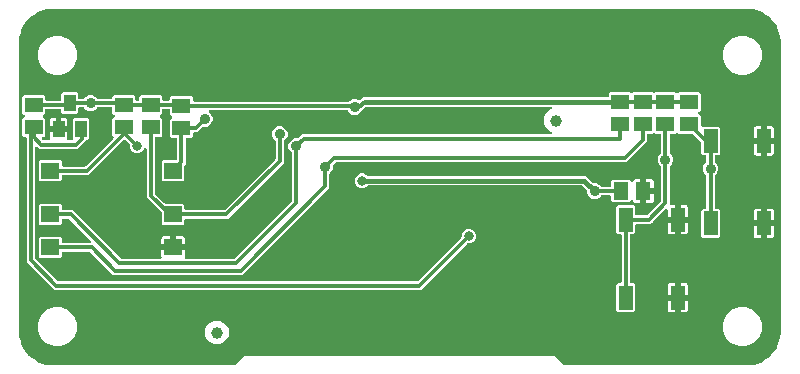
<source format=gbr>
G04 EAGLE Gerber RS-274X export*
G75*
%MOMM*%
%FSLAX34Y34*%
%LPD*%
%INTop Copper*%
%IPPOS*%
%AMOC8*
5,1,8,0,0,1.08239X$1,22.5*%
G01*
%ADD10R,1.500000X1.240000*%
%ADD11R,1.240000X1.500000*%
%ADD12C,1.000000*%
%ADD13R,1.200000X2.000000*%
%ADD14R,1.500000X1.400000*%
%ADD15R,1.000000X1.400000*%
%ADD16C,0.906400*%
%ADD17C,0.304800*%
%ADD18C,0.800100*%
%ADD19C,0.406400*%

G36*
X185210Y2553D02*
X185210Y2553D01*
X185309Y2556D01*
X185367Y2573D01*
X185427Y2581D01*
X185519Y2617D01*
X185615Y2645D01*
X185667Y2675D01*
X185723Y2698D01*
X185803Y2756D01*
X185889Y2806D01*
X185964Y2872D01*
X185980Y2884D01*
X185988Y2894D01*
X186009Y2912D01*
X191398Y8301D01*
X193258Y10161D01*
X456982Y10161D01*
X464231Y2912D01*
X464309Y2852D01*
X464381Y2784D01*
X464434Y2755D01*
X464482Y2718D01*
X464573Y2678D01*
X464660Y2630D01*
X464718Y2615D01*
X464774Y2591D01*
X464872Y2576D01*
X464967Y2551D01*
X465067Y2545D01*
X465088Y2541D01*
X465100Y2543D01*
X465128Y2541D01*
X620254Y2541D01*
X620276Y2543D01*
X620354Y2545D01*
X624451Y2867D01*
X624518Y2881D01*
X624587Y2885D01*
X624743Y2925D01*
X632536Y5457D01*
X632644Y5508D01*
X632754Y5551D01*
X632805Y5584D01*
X632824Y5593D01*
X632840Y5606D01*
X632890Y5638D01*
X639519Y10454D01*
X639606Y10535D01*
X639697Y10611D01*
X639736Y10658D01*
X639751Y10672D01*
X639762Y10689D01*
X639800Y10735D01*
X644616Y17364D01*
X644674Y17468D01*
X644737Y17568D01*
X644760Y17625D01*
X644770Y17643D01*
X644775Y17662D01*
X644797Y17718D01*
X647329Y25511D01*
X647342Y25579D01*
X647364Y25644D01*
X647387Y25803D01*
X647709Y29900D01*
X647708Y29922D01*
X647713Y30000D01*
X647713Y276604D01*
X647711Y276626D01*
X647709Y276704D01*
X647387Y280801D01*
X647373Y280868D01*
X647369Y280937D01*
X647329Y281093D01*
X644797Y288886D01*
X644746Y288994D01*
X644703Y289104D01*
X644670Y289155D01*
X644661Y289174D01*
X644648Y289190D01*
X644616Y289240D01*
X639800Y295869D01*
X639719Y295956D01*
X639643Y296047D01*
X639596Y296086D01*
X639582Y296101D01*
X639565Y296112D01*
X639519Y296150D01*
X632890Y300966D01*
X632786Y301024D01*
X632686Y301087D01*
X632629Y301110D01*
X632611Y301120D01*
X632592Y301125D01*
X632536Y301147D01*
X624744Y303678D01*
X624744Y303679D01*
X624743Y303679D01*
X624676Y303692D01*
X624610Y303714D01*
X624451Y303737D01*
X620354Y304059D01*
X620332Y304058D01*
X620254Y304063D01*
X30254Y304063D01*
X30232Y304061D01*
X30154Y304059D01*
X26057Y303737D01*
X25990Y303723D01*
X25921Y303719D01*
X25765Y303679D01*
X17972Y301147D01*
X17864Y301096D01*
X17754Y301053D01*
X17703Y301020D01*
X17684Y301011D01*
X17668Y300998D01*
X17618Y300966D01*
X10989Y296150D01*
X10902Y296069D01*
X10811Y295993D01*
X10772Y295946D01*
X10757Y295932D01*
X10746Y295915D01*
X10708Y295869D01*
X5892Y289240D01*
X5834Y289136D01*
X5771Y289036D01*
X5748Y288979D01*
X5738Y288961D01*
X5733Y288942D01*
X5711Y288886D01*
X3179Y281093D01*
X3166Y281025D01*
X3144Y280960D01*
X3121Y280801D01*
X2799Y276704D01*
X2800Y276682D01*
X2795Y276604D01*
X2795Y30000D01*
X2797Y29978D01*
X2799Y29900D01*
X3121Y25803D01*
X3135Y25736D01*
X3139Y25667D01*
X3179Y25511D01*
X5711Y17718D01*
X5762Y17610D01*
X5805Y17500D01*
X5838Y17449D01*
X5847Y17430D01*
X5860Y17414D01*
X5892Y17364D01*
X10708Y10735D01*
X10789Y10648D01*
X10865Y10557D01*
X10912Y10518D01*
X10926Y10503D01*
X10943Y10492D01*
X10989Y10454D01*
X11064Y10399D01*
X17618Y5638D01*
X17722Y5580D01*
X17822Y5517D01*
X17879Y5494D01*
X17897Y5484D01*
X17916Y5479D01*
X17972Y5457D01*
X25765Y2925D01*
X25833Y2912D01*
X25898Y2890D01*
X26057Y2867D01*
X30154Y2545D01*
X30176Y2546D01*
X30254Y2541D01*
X185112Y2541D01*
X185210Y2553D01*
G37*
%LPC*%
G36*
X509638Y47677D02*
X509638Y47677D01*
X508447Y48868D01*
X508447Y70552D01*
X509638Y71743D01*
X511654Y71743D01*
X511772Y71758D01*
X511891Y71765D01*
X511929Y71778D01*
X511970Y71783D01*
X512080Y71826D01*
X512193Y71863D01*
X512228Y71885D01*
X512265Y71900D01*
X512361Y71969D01*
X512462Y72033D01*
X512490Y72063D01*
X512523Y72086D01*
X512599Y72178D01*
X512680Y72265D01*
X512700Y72300D01*
X512725Y72331D01*
X512776Y72439D01*
X512834Y72543D01*
X512844Y72583D01*
X512861Y72619D01*
X512883Y72736D01*
X512913Y72851D01*
X512917Y72911D01*
X512921Y72931D01*
X512919Y72952D01*
X512923Y73012D01*
X512923Y112408D01*
X512908Y112526D01*
X512901Y112645D01*
X512888Y112683D01*
X512883Y112724D01*
X512840Y112834D01*
X512803Y112947D01*
X512781Y112982D01*
X512766Y113019D01*
X512697Y113115D01*
X512633Y113216D01*
X512603Y113244D01*
X512580Y113277D01*
X512488Y113353D01*
X512401Y113434D01*
X512366Y113454D01*
X512335Y113479D01*
X512227Y113530D01*
X512123Y113588D01*
X512083Y113598D01*
X512047Y113615D01*
X511930Y113637D01*
X511815Y113667D01*
X511755Y113671D01*
X511735Y113675D01*
X511714Y113673D01*
X511654Y113677D01*
X509638Y113677D01*
X508447Y114868D01*
X508447Y136552D01*
X509638Y137743D01*
X523322Y137743D01*
X524513Y136552D01*
X524513Y130536D01*
X524528Y130418D01*
X524535Y130299D01*
X524548Y130261D01*
X524553Y130220D01*
X524596Y130110D01*
X524633Y129997D01*
X524655Y129962D01*
X524670Y129925D01*
X524739Y129829D01*
X524803Y129728D01*
X524833Y129700D01*
X524856Y129667D01*
X524948Y129591D01*
X525035Y129510D01*
X525070Y129490D01*
X525101Y129465D01*
X525209Y129414D01*
X525313Y129356D01*
X525353Y129346D01*
X525389Y129329D01*
X525506Y129307D01*
X525621Y129277D01*
X525681Y129273D01*
X525701Y129269D01*
X525722Y129271D01*
X525782Y129267D01*
X533921Y129267D01*
X534019Y129279D01*
X534118Y129282D01*
X534176Y129299D01*
X534237Y129307D01*
X534329Y129343D01*
X534424Y129371D01*
X534476Y129401D01*
X534532Y129424D01*
X534612Y129482D01*
X534698Y129532D01*
X534773Y129598D01*
X534790Y129610D01*
X534797Y129620D01*
X534819Y129638D01*
X546162Y140981D01*
X546222Y141060D01*
X546290Y141132D01*
X546319Y141185D01*
X546356Y141233D01*
X546396Y141324D01*
X546444Y141410D01*
X546459Y141469D01*
X546483Y141525D01*
X546498Y141623D01*
X546523Y141718D01*
X546529Y141818D01*
X546533Y141839D01*
X546531Y141851D01*
X546533Y141879D01*
X546533Y170277D01*
X546521Y170375D01*
X546518Y170474D01*
X546501Y170532D01*
X546493Y170593D01*
X546457Y170685D01*
X546429Y170780D01*
X546399Y170832D01*
X546376Y170888D01*
X546318Y170968D01*
X546268Y171054D01*
X546202Y171129D01*
X546190Y171146D01*
X546180Y171153D01*
X546162Y171175D01*
X544525Y172811D01*
X543525Y175224D01*
X543525Y177836D01*
X544525Y180249D01*
X546162Y181885D01*
X546222Y181964D01*
X546290Y182036D01*
X546313Y182077D01*
X546327Y182094D01*
X546332Y182106D01*
X546356Y182137D01*
X546396Y182228D01*
X546444Y182314D01*
X546459Y182373D01*
X546483Y182429D01*
X546498Y182527D01*
X546523Y182622D01*
X546529Y182722D01*
X546533Y182743D01*
X546531Y182755D01*
X546533Y182783D01*
X546533Y197098D01*
X546518Y197216D01*
X546511Y197335D01*
X546498Y197373D01*
X546493Y197414D01*
X546450Y197524D01*
X546413Y197637D01*
X546391Y197672D01*
X546376Y197709D01*
X546307Y197805D01*
X546243Y197906D01*
X546213Y197934D01*
X546190Y197967D01*
X546098Y198043D01*
X546011Y198124D01*
X545976Y198144D01*
X545945Y198169D01*
X545837Y198220D01*
X545733Y198278D01*
X545693Y198288D01*
X545657Y198305D01*
X545540Y198327D01*
X545425Y198357D01*
X545365Y198361D01*
X545345Y198365D01*
X545324Y198363D01*
X545264Y198367D01*
X541748Y198367D01*
X541473Y198643D01*
X541378Y198716D01*
X541289Y198795D01*
X541253Y198813D01*
X541221Y198838D01*
X541112Y198885D01*
X541006Y198939D01*
X540967Y198948D01*
X540929Y198964D01*
X540812Y198983D01*
X540696Y199009D01*
X540655Y199008D01*
X540615Y199014D01*
X540497Y199003D01*
X540378Y198999D01*
X540339Y198988D01*
X540299Y198984D01*
X540187Y198944D01*
X540072Y198911D01*
X540037Y198890D01*
X539999Y198877D01*
X539901Y198810D01*
X539798Y198749D01*
X539753Y198709D01*
X539736Y198698D01*
X539723Y198683D01*
X539678Y198643D01*
X539202Y198167D01*
X535686Y198167D01*
X535568Y198152D01*
X535449Y198145D01*
X535411Y198132D01*
X535370Y198127D01*
X535260Y198084D01*
X535147Y198047D01*
X535112Y198025D01*
X535075Y198010D01*
X534979Y197941D01*
X534878Y197877D01*
X534850Y197847D01*
X534817Y197824D01*
X534741Y197732D01*
X534660Y197645D01*
X534640Y197610D01*
X534615Y197579D01*
X534564Y197471D01*
X534506Y197367D01*
X534496Y197327D01*
X534479Y197291D01*
X534457Y197174D01*
X534427Y197059D01*
X534423Y196999D01*
X534419Y196979D01*
X534421Y196958D01*
X534417Y196898D01*
X534417Y191567D01*
X517093Y174243D01*
X271373Y174243D01*
X271275Y174231D01*
X271176Y174228D01*
X271118Y174211D01*
X271057Y174203D01*
X270965Y174167D01*
X270870Y174139D01*
X270818Y174109D01*
X270762Y174086D01*
X270682Y174028D01*
X270596Y173978D01*
X270521Y173912D01*
X270504Y173900D01*
X270497Y173890D01*
X270475Y173872D01*
X268690Y172087D01*
X268630Y172008D01*
X268562Y171936D01*
X268533Y171883D01*
X268496Y171835D01*
X268456Y171744D01*
X268408Y171658D01*
X268393Y171599D01*
X268369Y171543D01*
X268354Y171445D01*
X268329Y171350D01*
X268323Y171250D01*
X268319Y171229D01*
X268321Y171217D01*
X268319Y171189D01*
X268319Y168874D01*
X267319Y166461D01*
X265682Y164825D01*
X265622Y164746D01*
X265554Y164674D01*
X265525Y164621D01*
X265488Y164573D01*
X265448Y164482D01*
X265400Y164396D01*
X265385Y164337D01*
X265361Y164281D01*
X265346Y164183D01*
X265321Y164088D01*
X265315Y163988D01*
X265311Y163967D01*
X265313Y163955D01*
X265311Y163927D01*
X265311Y152331D01*
X191973Y78993D01*
X82347Y78993D01*
X63149Y98192D01*
X63070Y98252D01*
X62998Y98320D01*
X62945Y98349D01*
X62897Y98386D01*
X62806Y98426D01*
X62720Y98474D01*
X62661Y98489D01*
X62605Y98513D01*
X62507Y98528D01*
X62412Y98553D01*
X62312Y98559D01*
X62291Y98563D01*
X62279Y98561D01*
X62251Y98563D01*
X40082Y98563D01*
X39964Y98548D01*
X39845Y98541D01*
X39807Y98528D01*
X39766Y98523D01*
X39656Y98480D01*
X39543Y98443D01*
X39508Y98421D01*
X39471Y98406D01*
X39375Y98337D01*
X39274Y98273D01*
X39246Y98243D01*
X39213Y98220D01*
X39137Y98128D01*
X39056Y98041D01*
X39036Y98006D01*
X39011Y97975D01*
X38960Y97867D01*
X38902Y97763D01*
X38892Y97723D01*
X38875Y97687D01*
X38853Y97570D01*
X38823Y97455D01*
X38819Y97395D01*
X38815Y97375D01*
X38817Y97354D01*
X38813Y97294D01*
X38813Y94278D01*
X37622Y93087D01*
X20938Y93087D01*
X19747Y94278D01*
X19747Y109962D01*
X20938Y111153D01*
X37622Y111153D01*
X38813Y109962D01*
X38813Y106946D01*
X38828Y106828D01*
X38835Y106709D01*
X38848Y106671D01*
X38853Y106630D01*
X38896Y106520D01*
X38933Y106407D01*
X38955Y106372D01*
X38970Y106335D01*
X39039Y106239D01*
X39103Y106138D01*
X39133Y106110D01*
X39156Y106077D01*
X39248Y106001D01*
X39335Y105920D01*
X39370Y105900D01*
X39401Y105875D01*
X39509Y105824D01*
X39613Y105766D01*
X39653Y105756D01*
X39689Y105739D01*
X39806Y105717D01*
X39921Y105687D01*
X39981Y105683D01*
X40001Y105679D01*
X40022Y105681D01*
X40082Y105677D01*
X62759Y105677D01*
X62897Y105694D01*
X63035Y105707D01*
X63055Y105714D01*
X63075Y105717D01*
X63204Y105768D01*
X63335Y105815D01*
X63352Y105826D01*
X63370Y105834D01*
X63482Y105915D01*
X63598Y105993D01*
X63611Y106009D01*
X63628Y106020D01*
X63716Y106128D01*
X63808Y106232D01*
X63818Y106250D01*
X63830Y106265D01*
X63890Y106391D01*
X63953Y106515D01*
X63957Y106535D01*
X63966Y106553D01*
X63992Y106689D01*
X64023Y106825D01*
X64022Y106846D01*
X64026Y106865D01*
X64017Y107004D01*
X64013Y107143D01*
X64007Y107163D01*
X64006Y107183D01*
X63963Y107315D01*
X63925Y107449D01*
X63914Y107466D01*
X63908Y107485D01*
X63834Y107603D01*
X63763Y107723D01*
X63744Y107744D01*
X63738Y107754D01*
X63723Y107768D01*
X63657Y107843D01*
X45309Y126192D01*
X45230Y126252D01*
X45158Y126320D01*
X45105Y126349D01*
X45057Y126386D01*
X44966Y126426D01*
X44880Y126474D01*
X44821Y126489D01*
X44765Y126513D01*
X44667Y126528D01*
X44572Y126553D01*
X44472Y126559D01*
X44451Y126563D01*
X44439Y126561D01*
X44411Y126563D01*
X40082Y126563D01*
X39964Y126548D01*
X39845Y126541D01*
X39807Y126528D01*
X39766Y126523D01*
X39656Y126480D01*
X39543Y126443D01*
X39508Y126421D01*
X39471Y126406D01*
X39375Y126337D01*
X39274Y126273D01*
X39246Y126243D01*
X39213Y126220D01*
X39137Y126128D01*
X39056Y126041D01*
X39036Y126006D01*
X39011Y125975D01*
X38960Y125867D01*
X38902Y125763D01*
X38892Y125723D01*
X38875Y125687D01*
X38853Y125570D01*
X38823Y125455D01*
X38819Y125395D01*
X38815Y125375D01*
X38817Y125354D01*
X38813Y125294D01*
X38813Y122278D01*
X37622Y121087D01*
X20938Y121087D01*
X19747Y122278D01*
X19747Y137962D01*
X20938Y139153D01*
X37622Y139153D01*
X38813Y137962D01*
X38813Y134946D01*
X38828Y134828D01*
X38835Y134709D01*
X38848Y134671D01*
X38853Y134630D01*
X38896Y134520D01*
X38933Y134407D01*
X38955Y134372D01*
X38970Y134335D01*
X39039Y134239D01*
X39103Y134138D01*
X39133Y134110D01*
X39156Y134077D01*
X39248Y134001D01*
X39335Y133920D01*
X39370Y133900D01*
X39401Y133875D01*
X39509Y133824D01*
X39613Y133766D01*
X39653Y133756D01*
X39689Y133739D01*
X39806Y133717D01*
X39921Y133687D01*
X39981Y133683D01*
X40001Y133679D01*
X40022Y133681D01*
X40082Y133677D01*
X47883Y133677D01*
X88731Y92828D01*
X88810Y92768D01*
X88882Y92700D01*
X88935Y92671D01*
X88983Y92634D01*
X89074Y92594D01*
X89160Y92546D01*
X89219Y92531D01*
X89275Y92507D01*
X89373Y92492D01*
X89468Y92467D01*
X89568Y92461D01*
X89589Y92457D01*
X89601Y92459D01*
X89629Y92457D01*
X122209Y92457D01*
X122334Y92473D01*
X122459Y92482D01*
X122491Y92492D01*
X122525Y92497D01*
X122642Y92543D01*
X122761Y92583D01*
X122789Y92601D01*
X122820Y92614D01*
X122922Y92687D01*
X123028Y92756D01*
X123051Y92781D01*
X123078Y92800D01*
X123158Y92897D01*
X123243Y92990D01*
X123259Y93019D01*
X123281Y93045D01*
X123334Y93159D01*
X123394Y93270D01*
X123402Y93303D01*
X123416Y93333D01*
X123440Y93456D01*
X123470Y93579D01*
X123470Y93612D01*
X123476Y93645D01*
X123468Y93771D01*
X123467Y93897D01*
X123457Y93945D01*
X123456Y93963D01*
X123449Y93983D01*
X123435Y94055D01*
X123239Y94786D01*
X123239Y99581D01*
X132010Y99581D01*
X132128Y99596D01*
X132247Y99603D01*
X132285Y99616D01*
X132325Y99621D01*
X132436Y99664D01*
X132549Y99701D01*
X132584Y99723D01*
X132621Y99738D01*
X132717Y99808D01*
X132818Y99871D01*
X132846Y99901D01*
X132878Y99925D01*
X132954Y100016D01*
X133036Y100103D01*
X133055Y100138D01*
X133081Y100169D01*
X133132Y100277D01*
X133189Y100381D01*
X133200Y100421D01*
X133217Y100457D01*
X133239Y100574D01*
X133269Y100689D01*
X133273Y100750D01*
X133277Y100770D01*
X133275Y100790D01*
X133279Y100850D01*
X133279Y102121D01*
X133281Y102121D01*
X133281Y100850D01*
X133296Y100732D01*
X133303Y100613D01*
X133316Y100575D01*
X133321Y100535D01*
X133365Y100424D01*
X133401Y100311D01*
X133423Y100276D01*
X133438Y100239D01*
X133508Y100143D01*
X133571Y100042D01*
X133601Y100014D01*
X133625Y99981D01*
X133716Y99906D01*
X133803Y99824D01*
X133838Y99804D01*
X133870Y99779D01*
X133977Y99728D01*
X134081Y99670D01*
X134121Y99660D01*
X134157Y99643D01*
X134274Y99621D01*
X134389Y99591D01*
X134450Y99587D01*
X134470Y99583D01*
X134490Y99585D01*
X134550Y99581D01*
X143321Y99581D01*
X143321Y94786D01*
X143125Y94055D01*
X143108Y93930D01*
X143084Y93806D01*
X143086Y93773D01*
X143082Y93739D01*
X143096Y93614D01*
X143104Y93489D01*
X143114Y93457D01*
X143118Y93424D01*
X143163Y93306D01*
X143202Y93187D01*
X143220Y93158D01*
X143232Y93127D01*
X143305Y93024D01*
X143372Y92918D01*
X143397Y92895D01*
X143416Y92867D01*
X143512Y92786D01*
X143604Y92700D01*
X143633Y92684D01*
X143659Y92662D01*
X143772Y92607D01*
X143882Y92546D01*
X143915Y92538D01*
X143945Y92523D01*
X144069Y92498D01*
X144190Y92467D01*
X144239Y92464D01*
X144257Y92460D01*
X144279Y92461D01*
X144351Y92457D01*
X184691Y92457D01*
X184789Y92469D01*
X184888Y92472D01*
X184946Y92489D01*
X185007Y92497D01*
X185099Y92533D01*
X185194Y92561D01*
X185246Y92591D01*
X185302Y92614D01*
X185382Y92672D01*
X185468Y92722D01*
X185543Y92788D01*
X185560Y92800D01*
X185567Y92810D01*
X185589Y92828D01*
X233562Y140801D01*
X233622Y140880D01*
X233690Y140952D01*
X233719Y141005D01*
X233756Y141053D01*
X233796Y141144D01*
X233844Y141230D01*
X233859Y141289D01*
X233883Y141345D01*
X233898Y141443D01*
X233923Y141538D01*
X233929Y141638D01*
X233933Y141659D01*
X233931Y141671D01*
X233933Y141699D01*
X233933Y181707D01*
X233921Y181805D01*
X233918Y181904D01*
X233901Y181962D01*
X233893Y182023D01*
X233857Y182115D01*
X233829Y182210D01*
X233799Y182262D01*
X233776Y182318D01*
X233718Y182398D01*
X233668Y182484D01*
X233602Y182559D01*
X233590Y182576D01*
X233580Y182583D01*
X233562Y182605D01*
X231925Y184241D01*
X230925Y186654D01*
X230925Y189266D01*
X231925Y191679D01*
X233771Y193525D01*
X236184Y194525D01*
X238499Y194525D01*
X238597Y194537D01*
X238696Y194540D01*
X238754Y194557D01*
X238815Y194565D01*
X238907Y194601D01*
X239002Y194629D01*
X239054Y194659D01*
X239110Y194682D01*
X239190Y194740D01*
X239276Y194790D01*
X239351Y194856D01*
X239368Y194868D01*
X239375Y194878D01*
X239397Y194896D01*
X242367Y197867D01*
X452698Y197867D01*
X452842Y197885D01*
X452987Y197900D01*
X453000Y197905D01*
X453013Y197907D01*
X453148Y197960D01*
X453285Y198011D01*
X453296Y198019D01*
X453309Y198024D01*
X453427Y198109D01*
X453546Y198192D01*
X453555Y198202D01*
X453566Y198210D01*
X453659Y198323D01*
X453754Y198433D01*
X453760Y198445D01*
X453769Y198455D01*
X453831Y198587D01*
X453896Y198718D01*
X453899Y198731D01*
X453905Y198743D01*
X453932Y198885D01*
X453962Y199029D01*
X453962Y199042D01*
X453964Y199055D01*
X453955Y199200D01*
X453949Y199346D01*
X453945Y199359D01*
X453945Y199373D01*
X453900Y199511D01*
X453858Y199651D01*
X453851Y199663D01*
X453847Y199675D01*
X453769Y199798D01*
X453693Y199923D01*
X453684Y199933D01*
X453676Y199944D01*
X453570Y200044D01*
X453466Y200146D01*
X453451Y200156D01*
X453445Y200162D01*
X453430Y200170D01*
X453332Y200235D01*
X449879Y202229D01*
X447199Y206870D01*
X447199Y212230D01*
X449879Y216871D01*
X453509Y218967D01*
X453625Y219055D01*
X453743Y219140D01*
X453752Y219151D01*
X453762Y219159D01*
X453853Y219273D01*
X453946Y219385D01*
X453951Y219398D01*
X453960Y219408D01*
X454019Y219542D01*
X454081Y219673D01*
X454084Y219686D01*
X454089Y219699D01*
X454114Y219843D01*
X454141Y219986D01*
X454140Y219999D01*
X454142Y220012D01*
X454130Y220158D01*
X454121Y220303D01*
X454117Y220316D01*
X454116Y220329D01*
X454068Y220467D01*
X454023Y220605D01*
X454016Y220617D01*
X454012Y220630D01*
X453931Y220751D01*
X453853Y220874D01*
X453843Y220883D01*
X453836Y220895D01*
X453728Y220992D01*
X453621Y221092D01*
X453610Y221099D01*
X453600Y221108D01*
X453471Y221175D01*
X453343Y221246D01*
X453330Y221249D01*
X453318Y221255D01*
X453176Y221289D01*
X453035Y221325D01*
X453017Y221326D01*
X453008Y221328D01*
X452991Y221328D01*
X452874Y221335D01*
X296791Y221335D01*
X296693Y221323D01*
X296594Y221320D01*
X296536Y221303D01*
X296475Y221295D01*
X296383Y221259D01*
X296288Y221231D01*
X296236Y221201D01*
X296180Y221178D01*
X296100Y221120D01*
X296014Y221070D01*
X295939Y221004D01*
X295922Y220992D01*
X295915Y220982D01*
X295893Y220964D01*
X293042Y218112D01*
X293037Y218105D01*
X293029Y218099D01*
X292939Y217980D01*
X292847Y217861D01*
X292844Y217853D01*
X292838Y217845D01*
X292767Y217701D01*
X292585Y217261D01*
X290739Y215415D01*
X288326Y214415D01*
X285714Y214415D01*
X283301Y215415D01*
X281455Y217261D01*
X281232Y217800D01*
X281217Y217825D01*
X281208Y217853D01*
X281138Y217963D01*
X281074Y218076D01*
X281054Y218097D01*
X281038Y218122D01*
X280943Y218211D01*
X280853Y218304D01*
X280828Y218320D01*
X280806Y218340D01*
X280693Y218403D01*
X280582Y218471D01*
X280554Y218479D01*
X280528Y218494D01*
X280402Y218526D01*
X280278Y218564D01*
X280248Y218566D01*
X280220Y218573D01*
X280059Y218583D01*
X164873Y218583D01*
X164735Y218566D01*
X164597Y218553D01*
X164577Y218546D01*
X164557Y218543D01*
X164428Y218492D01*
X164297Y218445D01*
X164280Y218434D01*
X164262Y218426D01*
X164149Y218345D01*
X164034Y218267D01*
X164021Y218251D01*
X164004Y218240D01*
X163916Y218132D01*
X163824Y218028D01*
X163814Y218010D01*
X163802Y217995D01*
X163742Y217869D01*
X163679Y217745D01*
X163675Y217725D01*
X163666Y217707D01*
X163640Y217570D01*
X163609Y217435D01*
X163610Y217414D01*
X163606Y217395D01*
X163615Y217256D01*
X163619Y217117D01*
X163625Y217097D01*
X163626Y217077D01*
X163669Y216945D01*
X163707Y216811D01*
X163718Y216794D01*
X163724Y216775D01*
X163799Y216657D01*
X163869Y216537D01*
X163888Y216516D01*
X163894Y216506D01*
X163909Y216492D01*
X163975Y216417D01*
X165719Y214673D01*
X166719Y212260D01*
X166719Y209648D01*
X165719Y207235D01*
X163873Y205389D01*
X161460Y204389D01*
X159145Y204389D01*
X159047Y204377D01*
X158948Y204374D01*
X158890Y204357D01*
X158829Y204349D01*
X158737Y204313D01*
X158642Y204285D01*
X158590Y204255D01*
X158534Y204232D01*
X158454Y204174D01*
X158368Y204124D01*
X158293Y204058D01*
X158276Y204046D01*
X158269Y204036D01*
X158247Y204018D01*
X153813Y199583D01*
X151102Y199583D01*
X150984Y199568D01*
X150865Y199561D01*
X150827Y199548D01*
X150786Y199543D01*
X150676Y199500D01*
X150563Y199463D01*
X150528Y199441D01*
X150491Y199426D01*
X150395Y199357D01*
X150294Y199293D01*
X150266Y199263D01*
X150233Y199240D01*
X150157Y199148D01*
X150076Y199061D01*
X150056Y199026D01*
X150031Y198995D01*
X149980Y198887D01*
X149922Y198783D01*
X149912Y198743D01*
X149895Y198707D01*
X149873Y198590D01*
X149843Y198475D01*
X149839Y198415D01*
X149835Y198395D01*
X149837Y198374D01*
X149833Y198314D01*
X149833Y196098D01*
X148642Y194907D01*
X145126Y194907D01*
X145008Y194892D01*
X144889Y194885D01*
X144851Y194872D01*
X144810Y194867D01*
X144700Y194824D01*
X144587Y194787D01*
X144552Y194765D01*
X144515Y194750D01*
X144419Y194681D01*
X144318Y194617D01*
X144290Y194587D01*
X144257Y194564D01*
X144181Y194472D01*
X144100Y194385D01*
X144080Y194350D01*
X144055Y194319D01*
X144004Y194211D01*
X143946Y194107D01*
X143936Y194067D01*
X143919Y194031D01*
X143897Y193914D01*
X143867Y193799D01*
X143863Y193739D01*
X143859Y193719D01*
X143861Y193698D01*
X143857Y193638D01*
X143857Y172667D01*
X143184Y171995D01*
X143124Y171916D01*
X143056Y171844D01*
X143027Y171791D01*
X142990Y171743D01*
X142950Y171652D01*
X142902Y171566D01*
X142887Y171507D01*
X142863Y171451D01*
X142848Y171353D01*
X142823Y171258D01*
X142817Y171158D01*
X142813Y171137D01*
X142815Y171125D01*
X142813Y171097D01*
X142813Y159278D01*
X141622Y158087D01*
X124938Y158087D01*
X123747Y159278D01*
X123747Y174962D01*
X124938Y176153D01*
X135474Y176153D01*
X135592Y176168D01*
X135711Y176175D01*
X135749Y176188D01*
X135790Y176193D01*
X135900Y176236D01*
X136013Y176273D01*
X136048Y176295D01*
X136085Y176310D01*
X136181Y176379D01*
X136282Y176443D01*
X136310Y176473D01*
X136343Y176496D01*
X136419Y176588D01*
X136500Y176675D01*
X136520Y176710D01*
X136545Y176741D01*
X136596Y176849D01*
X136654Y176953D01*
X136664Y176993D01*
X136681Y177029D01*
X136703Y177146D01*
X136733Y177261D01*
X136737Y177321D01*
X136741Y177341D01*
X136739Y177362D01*
X136743Y177422D01*
X136743Y193638D01*
X136728Y193756D01*
X136721Y193875D01*
X136708Y193913D01*
X136703Y193954D01*
X136660Y194064D01*
X136623Y194177D01*
X136601Y194212D01*
X136586Y194249D01*
X136517Y194345D01*
X136453Y194446D01*
X136423Y194474D01*
X136400Y194507D01*
X136308Y194583D01*
X136221Y194664D01*
X136186Y194684D01*
X136155Y194709D01*
X136047Y194760D01*
X135943Y194818D01*
X135903Y194828D01*
X135867Y194845D01*
X135750Y194867D01*
X135635Y194897D01*
X135575Y194901D01*
X135555Y194905D01*
X135534Y194903D01*
X135474Y194907D01*
X131958Y194907D01*
X130767Y196098D01*
X130767Y210182D01*
X132328Y211742D01*
X132401Y211837D01*
X132480Y211926D01*
X132498Y211962D01*
X132523Y211994D01*
X132570Y212103D01*
X132624Y212209D01*
X132633Y212248D01*
X132649Y212286D01*
X132668Y212403D01*
X132694Y212519D01*
X132693Y212560D01*
X132699Y212600D01*
X132688Y212718D01*
X132684Y212837D01*
X132673Y212876D01*
X132669Y212916D01*
X132629Y213029D01*
X132596Y213143D01*
X132575Y213177D01*
X132562Y213216D01*
X132495Y213314D01*
X132434Y213417D01*
X132394Y213462D01*
X132383Y213479D01*
X132368Y213492D01*
X132328Y213537D01*
X130767Y215098D01*
X130767Y218034D01*
X130752Y218152D01*
X130745Y218271D01*
X130732Y218309D01*
X130727Y218350D01*
X130684Y218460D01*
X130647Y218573D01*
X130625Y218608D01*
X130610Y218645D01*
X130541Y218741D01*
X130477Y218842D01*
X130447Y218870D01*
X130424Y218903D01*
X130332Y218979D01*
X130245Y219060D01*
X130210Y219080D01*
X130179Y219105D01*
X130071Y219156D01*
X129967Y219214D01*
X129927Y219224D01*
X129891Y219241D01*
X129774Y219263D01*
X129659Y219293D01*
X129599Y219297D01*
X129579Y219301D01*
X129558Y219299D01*
X129498Y219303D01*
X125102Y219303D01*
X124984Y219288D01*
X124865Y219281D01*
X124827Y219268D01*
X124786Y219263D01*
X124676Y219220D01*
X124563Y219183D01*
X124528Y219161D01*
X124491Y219146D01*
X124395Y219077D01*
X124294Y219013D01*
X124266Y218983D01*
X124233Y218960D01*
X124157Y218868D01*
X124076Y218781D01*
X124056Y218746D01*
X124031Y218715D01*
X123980Y218607D01*
X123922Y218503D01*
X123912Y218463D01*
X123895Y218427D01*
X123873Y218310D01*
X123843Y218195D01*
X123839Y218135D01*
X123835Y218115D01*
X123837Y218094D01*
X123833Y218034D01*
X123833Y215818D01*
X122272Y214257D01*
X122199Y214163D01*
X122120Y214074D01*
X122102Y214038D01*
X122077Y214006D01*
X122030Y213897D01*
X121976Y213791D01*
X121967Y213752D01*
X121951Y213714D01*
X121932Y213597D01*
X121906Y213481D01*
X121907Y213440D01*
X121901Y213400D01*
X121912Y213282D01*
X121916Y213163D01*
X121927Y213124D01*
X121931Y213084D01*
X121971Y212972D01*
X122004Y212857D01*
X122025Y212822D01*
X122038Y212784D01*
X122105Y212686D01*
X122166Y212583D01*
X122206Y212538D01*
X122217Y212521D01*
X122232Y212508D01*
X122272Y212462D01*
X123833Y210902D01*
X123833Y196818D01*
X122642Y195627D01*
X119126Y195627D01*
X119008Y195612D01*
X118889Y195605D01*
X118851Y195592D01*
X118810Y195587D01*
X118700Y195544D01*
X118587Y195507D01*
X118552Y195485D01*
X118515Y195470D01*
X118419Y195401D01*
X118318Y195337D01*
X118290Y195307D01*
X118257Y195284D01*
X118181Y195192D01*
X118100Y195105D01*
X118080Y195070D01*
X118055Y195039D01*
X118004Y194931D01*
X117946Y194827D01*
X117936Y194787D01*
X117919Y194751D01*
X117897Y194634D01*
X117867Y194519D01*
X117863Y194459D01*
X117859Y194439D01*
X117861Y194418D01*
X117857Y194358D01*
X117857Y148049D01*
X117869Y147951D01*
X117872Y147852D01*
X117889Y147794D01*
X117897Y147733D01*
X117933Y147641D01*
X117961Y147546D01*
X117991Y147494D01*
X118014Y147438D01*
X118072Y147358D01*
X118122Y147272D01*
X118188Y147197D01*
X118200Y147180D01*
X118210Y147173D01*
X118228Y147151D01*
X125855Y139524D01*
X125934Y139464D01*
X126006Y139396D01*
X126059Y139367D01*
X126107Y139330D01*
X126198Y139290D01*
X126284Y139242D01*
X126343Y139227D01*
X126399Y139203D01*
X126497Y139188D01*
X126592Y139163D01*
X126692Y139157D01*
X126713Y139153D01*
X126725Y139155D01*
X126753Y139153D01*
X141622Y139153D01*
X142813Y137962D01*
X142813Y134946D01*
X142828Y134828D01*
X142835Y134709D01*
X142848Y134671D01*
X142853Y134630D01*
X142896Y134520D01*
X142933Y134407D01*
X142955Y134372D01*
X142970Y134335D01*
X143039Y134239D01*
X143103Y134138D01*
X143133Y134110D01*
X143156Y134077D01*
X143248Y134001D01*
X143335Y133920D01*
X143370Y133900D01*
X143401Y133875D01*
X143509Y133824D01*
X143613Y133766D01*
X143653Y133756D01*
X143689Y133739D01*
X143806Y133717D01*
X143921Y133687D01*
X143981Y133683D01*
X144001Y133679D01*
X144022Y133681D01*
X144082Y133677D01*
X176381Y133677D01*
X176479Y133689D01*
X176578Y133692D01*
X176636Y133709D01*
X176697Y133717D01*
X176789Y133753D01*
X176884Y133781D01*
X176936Y133811D01*
X176992Y133834D01*
X177072Y133892D01*
X177158Y133942D01*
X177233Y134008D01*
X177250Y134020D01*
X177257Y134030D01*
X177279Y134048D01*
X219592Y176361D01*
X219652Y176440D01*
X219720Y176512D01*
X219749Y176565D01*
X219786Y176613D01*
X219826Y176704D01*
X219874Y176790D01*
X219889Y176849D01*
X219913Y176905D01*
X219928Y177003D01*
X219953Y177098D01*
X219959Y177198D01*
X219963Y177219D01*
X219961Y177231D01*
X219963Y177259D01*
X219963Y191867D01*
X219951Y191965D01*
X219948Y192064D01*
X219931Y192122D01*
X219923Y192183D01*
X219887Y192275D01*
X219859Y192370D01*
X219829Y192422D01*
X219806Y192478D01*
X219748Y192558D01*
X219698Y192644D01*
X219632Y192719D01*
X219620Y192736D01*
X219610Y192743D01*
X219592Y192765D01*
X217955Y194401D01*
X216955Y196814D01*
X216955Y199426D01*
X217955Y201839D01*
X219801Y203685D01*
X222214Y204685D01*
X224826Y204685D01*
X227239Y203685D01*
X229085Y201839D01*
X230085Y199426D01*
X230085Y196814D01*
X229085Y194401D01*
X227448Y192765D01*
X227388Y192686D01*
X227320Y192614D01*
X227291Y192561D01*
X227254Y192513D01*
X227214Y192422D01*
X227166Y192336D01*
X227151Y192277D01*
X227127Y192221D01*
X227112Y192123D01*
X227087Y192028D01*
X227081Y191928D01*
X227077Y191907D01*
X227079Y191895D01*
X227077Y191867D01*
X227077Y173787D01*
X179853Y126563D01*
X144082Y126563D01*
X143964Y126548D01*
X143845Y126541D01*
X143807Y126528D01*
X143766Y126523D01*
X143656Y126480D01*
X143543Y126443D01*
X143508Y126421D01*
X143471Y126406D01*
X143375Y126337D01*
X143274Y126273D01*
X143246Y126243D01*
X143213Y126220D01*
X143137Y126128D01*
X143056Y126041D01*
X143036Y126006D01*
X143011Y125975D01*
X142960Y125867D01*
X142902Y125763D01*
X142892Y125723D01*
X142875Y125687D01*
X142853Y125570D01*
X142823Y125455D01*
X142819Y125395D01*
X142815Y125375D01*
X142817Y125354D01*
X142813Y125294D01*
X142813Y122278D01*
X141622Y121087D01*
X124938Y121087D01*
X123747Y122278D01*
X123747Y131047D01*
X123735Y131145D01*
X123732Y131244D01*
X123715Y131302D01*
X123707Y131363D01*
X123671Y131455D01*
X123643Y131550D01*
X123613Y131602D01*
X123590Y131658D01*
X123532Y131738D01*
X123482Y131824D01*
X123416Y131899D01*
X123404Y131916D01*
X123394Y131923D01*
X123376Y131945D01*
X110743Y144577D01*
X110743Y184821D01*
X110735Y184890D01*
X110736Y184960D01*
X110715Y185048D01*
X110703Y185137D01*
X110678Y185202D01*
X110661Y185270D01*
X110619Y185349D01*
X110586Y185432D01*
X110545Y185489D01*
X110513Y185551D01*
X110452Y185617D01*
X110400Y185690D01*
X110346Y185734D01*
X110299Y185786D01*
X110224Y185835D01*
X110155Y185893D01*
X110091Y185922D01*
X110033Y185961D01*
X109948Y185990D01*
X109867Y186028D01*
X109798Y186041D01*
X109732Y186064D01*
X109643Y186071D01*
X109555Y186088D01*
X109485Y186084D01*
X109415Y186089D01*
X109327Y186074D01*
X109237Y186068D01*
X109171Y186047D01*
X109102Y186035D01*
X109020Y185998D01*
X108935Y185970D01*
X108876Y185933D01*
X108812Y185904D01*
X108742Y185848D01*
X108666Y185800D01*
X108618Y185749D01*
X108564Y185706D01*
X108510Y185634D01*
X108448Y185568D01*
X108414Y185507D01*
X108372Y185452D01*
X108301Y185307D01*
X107985Y184542D01*
X106288Y182845D01*
X104070Y181927D01*
X101670Y181927D01*
X99452Y182845D01*
X97755Y184542D01*
X96837Y186760D01*
X96837Y188438D01*
X96824Y188536D01*
X96821Y188635D01*
X96805Y188693D01*
X96797Y188753D01*
X96760Y188845D01*
X96733Y188940D01*
X96702Y188992D01*
X96680Y189049D01*
X96622Y189129D01*
X96571Y189214D01*
X96505Y189290D01*
X96493Y189306D01*
X96484Y189314D01*
X96465Y189335D01*
X92972Y192828D01*
X92878Y192901D01*
X92789Y192979D01*
X92753Y192998D01*
X92721Y193022D01*
X92612Y193070D01*
X92506Y193124D01*
X92467Y193133D01*
X92429Y193149D01*
X92312Y193168D01*
X92196Y193194D01*
X92155Y193192D01*
X92115Y193199D01*
X91997Y193188D01*
X91878Y193184D01*
X91839Y193173D01*
X91799Y193169D01*
X91686Y193129D01*
X91572Y193095D01*
X91537Y193075D01*
X91499Y193061D01*
X91401Y192994D01*
X91298Y192934D01*
X91253Y192894D01*
X91236Y192883D01*
X91223Y192867D01*
X91177Y192828D01*
X61913Y163563D01*
X40082Y163563D01*
X39964Y163548D01*
X39845Y163541D01*
X39807Y163528D01*
X39766Y163523D01*
X39656Y163480D01*
X39543Y163443D01*
X39508Y163421D01*
X39471Y163406D01*
X39375Y163337D01*
X39274Y163273D01*
X39246Y163243D01*
X39213Y163220D01*
X39137Y163128D01*
X39056Y163041D01*
X39036Y163006D01*
X39011Y162975D01*
X38960Y162867D01*
X38902Y162763D01*
X38892Y162723D01*
X38875Y162687D01*
X38853Y162570D01*
X38823Y162455D01*
X38819Y162395D01*
X38815Y162375D01*
X38817Y162354D01*
X38813Y162294D01*
X38813Y159278D01*
X37622Y158087D01*
X20938Y158087D01*
X19747Y159278D01*
X19747Y174962D01*
X20938Y176153D01*
X37622Y176153D01*
X38813Y174962D01*
X38813Y171946D01*
X38828Y171828D01*
X38835Y171709D01*
X38848Y171671D01*
X38853Y171630D01*
X38896Y171520D01*
X38933Y171407D01*
X38955Y171372D01*
X38970Y171335D01*
X39039Y171239D01*
X39103Y171138D01*
X39133Y171110D01*
X39156Y171077D01*
X39248Y171001D01*
X39335Y170920D01*
X39370Y170900D01*
X39401Y170875D01*
X39509Y170824D01*
X39613Y170766D01*
X39653Y170756D01*
X39689Y170739D01*
X39806Y170717D01*
X39921Y170687D01*
X39981Y170683D01*
X40001Y170679D01*
X40022Y170681D01*
X40082Y170677D01*
X58441Y170677D01*
X58539Y170689D01*
X58638Y170692D01*
X58696Y170709D01*
X58757Y170717D01*
X58849Y170753D01*
X58944Y170781D01*
X58996Y170811D01*
X59052Y170834D01*
X59132Y170892D01*
X59218Y170942D01*
X59293Y171008D01*
X59310Y171020D01*
X59317Y171030D01*
X59339Y171048D01*
X82610Y194320D01*
X82683Y194414D01*
X82762Y194503D01*
X82780Y194539D01*
X82805Y194571D01*
X82852Y194681D01*
X82907Y194787D01*
X82915Y194826D01*
X82931Y194863D01*
X82950Y194981D01*
X82976Y195097D01*
X82975Y195137D01*
X82981Y195177D01*
X82970Y195296D01*
X82967Y195415D01*
X82955Y195454D01*
X82951Y195494D01*
X82911Y195606D01*
X82878Y195720D01*
X82858Y195755D01*
X82844Y195793D01*
X82777Y195892D01*
X82717Y195994D01*
X82677Y196040D01*
X82665Y196056D01*
X82650Y196070D01*
X82610Y196115D01*
X81907Y196818D01*
X81907Y210902D01*
X83468Y212463D01*
X83541Y212557D01*
X83620Y212646D01*
X83638Y212682D01*
X83663Y212714D01*
X83710Y212823D01*
X83764Y212929D01*
X83773Y212968D01*
X83789Y213006D01*
X83808Y213123D01*
X83834Y213239D01*
X83833Y213280D01*
X83839Y213320D01*
X83828Y213438D01*
X83824Y213557D01*
X83813Y213596D01*
X83809Y213636D01*
X83769Y213748D01*
X83736Y213863D01*
X83715Y213898D01*
X83702Y213936D01*
X83635Y214034D01*
X83574Y214137D01*
X83534Y214182D01*
X83523Y214199D01*
X83508Y214212D01*
X83468Y214258D01*
X81907Y215818D01*
X81907Y219534D01*
X81892Y219652D01*
X81885Y219771D01*
X81872Y219809D01*
X81867Y219850D01*
X81824Y219960D01*
X81787Y220073D01*
X81765Y220108D01*
X81750Y220145D01*
X81681Y220241D01*
X81617Y220342D01*
X81587Y220370D01*
X81564Y220403D01*
X81472Y220479D01*
X81385Y220560D01*
X81350Y220580D01*
X81319Y220605D01*
X81211Y220656D01*
X81107Y220714D01*
X81067Y220724D01*
X81031Y220741D01*
X80914Y220763D01*
X80799Y220793D01*
X80739Y220797D01*
X80719Y220801D01*
X80698Y220799D01*
X80638Y220803D01*
X69753Y220803D01*
X69655Y220791D01*
X69556Y220788D01*
X69498Y220771D01*
X69437Y220763D01*
X69345Y220727D01*
X69250Y220699D01*
X69198Y220669D01*
X69142Y220646D01*
X69062Y220588D01*
X68976Y220538D01*
X68901Y220472D01*
X68884Y220460D01*
X68877Y220450D01*
X68855Y220432D01*
X67219Y218795D01*
X64806Y217795D01*
X62194Y217795D01*
X59781Y218795D01*
X58145Y220432D01*
X58066Y220492D01*
X57994Y220560D01*
X57941Y220589D01*
X57893Y220626D01*
X57802Y220666D01*
X57716Y220714D01*
X57657Y220729D01*
X57601Y220753D01*
X57503Y220768D01*
X57408Y220793D01*
X57308Y220799D01*
X57287Y220803D01*
X57275Y220801D01*
X57247Y220803D01*
X54022Y220803D01*
X53904Y220788D01*
X53785Y220781D01*
X53747Y220768D01*
X53706Y220763D01*
X53596Y220720D01*
X53483Y220683D01*
X53448Y220661D01*
X53411Y220646D01*
X53315Y220577D01*
X53214Y220513D01*
X53186Y220483D01*
X53153Y220460D01*
X53077Y220368D01*
X52996Y220281D01*
X52976Y220246D01*
X52951Y220215D01*
X52900Y220107D01*
X52842Y220003D01*
X52832Y219963D01*
X52815Y219927D01*
X52793Y219810D01*
X52763Y219695D01*
X52759Y219635D01*
X52755Y219615D01*
X52757Y219594D01*
X52753Y219534D01*
X52753Y216518D01*
X51562Y215327D01*
X39878Y215327D01*
X38687Y216518D01*
X38687Y218034D01*
X38672Y218152D01*
X38665Y218271D01*
X38652Y218309D01*
X38647Y218350D01*
X38604Y218460D01*
X38567Y218573D01*
X38545Y218608D01*
X38530Y218645D01*
X38461Y218741D01*
X38397Y218842D01*
X38367Y218870D01*
X38344Y218903D01*
X38252Y218979D01*
X38165Y219060D01*
X38130Y219080D01*
X38099Y219105D01*
X37991Y219156D01*
X37887Y219214D01*
X37847Y219224D01*
X37811Y219241D01*
X37694Y219263D01*
X37579Y219293D01*
X37519Y219297D01*
X37499Y219301D01*
X37478Y219299D01*
X37418Y219303D01*
X26042Y219303D01*
X25924Y219288D01*
X25805Y219281D01*
X25767Y219268D01*
X25726Y219263D01*
X25616Y219220D01*
X25503Y219183D01*
X25468Y219161D01*
X25431Y219146D01*
X25335Y219077D01*
X25234Y219013D01*
X25206Y218983D01*
X25173Y218960D01*
X25097Y218868D01*
X25016Y218781D01*
X24996Y218746D01*
X24971Y218715D01*
X24920Y218607D01*
X24862Y218503D01*
X24852Y218463D01*
X24835Y218427D01*
X24813Y218310D01*
X24783Y218195D01*
X24779Y218135D01*
X24775Y218115D01*
X24777Y218094D01*
X24773Y218034D01*
X24773Y215818D01*
X23212Y214257D01*
X23139Y214163D01*
X23060Y214074D01*
X23042Y214038D01*
X23017Y214006D01*
X22970Y213897D01*
X22916Y213791D01*
X22907Y213752D01*
X22891Y213714D01*
X22872Y213597D01*
X22846Y213481D01*
X22847Y213440D01*
X22841Y213400D01*
X22852Y213282D01*
X22856Y213163D01*
X22867Y213124D01*
X22871Y213084D01*
X22911Y212972D01*
X22944Y212857D01*
X22965Y212822D01*
X22978Y212784D01*
X23045Y212686D01*
X23106Y212583D01*
X23146Y212538D01*
X23157Y212521D01*
X23172Y212508D01*
X23212Y212462D01*
X24773Y210902D01*
X24773Y196818D01*
X23582Y195627D01*
X23287Y195627D01*
X23149Y195610D01*
X23011Y195597D01*
X22992Y195590D01*
X22971Y195587D01*
X22842Y195536D01*
X22711Y195489D01*
X22694Y195478D01*
X22676Y195470D01*
X22563Y195389D01*
X22448Y195311D01*
X22435Y195295D01*
X22418Y195284D01*
X22330Y195176D01*
X22238Y195072D01*
X22228Y195054D01*
X22216Y195039D01*
X22156Y194913D01*
X22093Y194789D01*
X22089Y194769D01*
X22080Y194751D01*
X22054Y194614D01*
X22023Y194479D01*
X22024Y194458D01*
X22020Y194439D01*
X22029Y194300D01*
X22033Y194161D01*
X22039Y194141D01*
X22040Y194121D01*
X22083Y193989D01*
X22122Y193855D01*
X22132Y193838D01*
X22138Y193819D01*
X22213Y193701D01*
X22283Y193581D01*
X22302Y193560D01*
X22308Y193550D01*
X22323Y193536D01*
X22389Y193460D01*
X22692Y193158D01*
X22770Y193098D01*
X22842Y193030D01*
X22895Y193001D01*
X22943Y192964D01*
X23034Y192924D01*
X23120Y192876D01*
X23179Y192861D01*
X23235Y192837D01*
X23332Y192822D01*
X23428Y192797D01*
X23528Y192791D01*
X23549Y192787D01*
X23561Y192789D01*
X23589Y192787D01*
X27625Y192787D01*
X27750Y192802D01*
X27875Y192812D01*
X27907Y192822D01*
X27941Y192827D01*
X28057Y192873D01*
X28177Y192913D01*
X28205Y192931D01*
X28236Y192944D01*
X28338Y193017D01*
X28444Y193086D01*
X28466Y193111D01*
X28494Y193130D01*
X28573Y193227D01*
X28659Y193320D01*
X28675Y193350D01*
X28696Y193375D01*
X28750Y193489D01*
X28810Y193600D01*
X28818Y193633D01*
X28832Y193663D01*
X28856Y193786D01*
X28886Y193909D01*
X28885Y193942D01*
X28892Y193975D01*
X28884Y194101D01*
X28883Y194227D01*
X28873Y194275D01*
X28872Y194293D01*
X28865Y194313D01*
X28851Y194385D01*
X28679Y195026D01*
X28679Y199861D01*
X34990Y199861D01*
X35108Y199876D01*
X35227Y199883D01*
X35265Y199895D01*
X35305Y199901D01*
X35416Y199944D01*
X35529Y199981D01*
X35563Y200003D01*
X35601Y200018D01*
X35697Y200087D01*
X35798Y200151D01*
X35826Y200181D01*
X35858Y200204D01*
X35934Y200296D01*
X36016Y200383D01*
X36035Y200418D01*
X36061Y200449D01*
X36112Y200557D01*
X36169Y200661D01*
X36179Y200701D01*
X36197Y200737D01*
X36217Y200844D01*
X36221Y200814D01*
X36265Y200704D01*
X36301Y200591D01*
X36323Y200556D01*
X36338Y200519D01*
X36408Y200422D01*
X36471Y200322D01*
X36501Y200294D01*
X36525Y200261D01*
X36616Y200185D01*
X36703Y200104D01*
X36738Y200084D01*
X36770Y200059D01*
X36877Y200008D01*
X36982Y199950D01*
X37021Y199940D01*
X37057Y199923D01*
X37174Y199901D01*
X37290Y199871D01*
X37350Y199867D01*
X37370Y199863D01*
X37390Y199865D01*
X37450Y199861D01*
X43761Y199861D01*
X43761Y195026D01*
X43589Y194385D01*
X43572Y194260D01*
X43548Y194136D01*
X43550Y194103D01*
X43546Y194069D01*
X43560Y193944D01*
X43568Y193819D01*
X43578Y193787D01*
X43582Y193754D01*
X43627Y193636D01*
X43666Y193517D01*
X43684Y193488D01*
X43696Y193457D01*
X43769Y193354D01*
X43836Y193248D01*
X43861Y193225D01*
X43880Y193197D01*
X43976Y193116D01*
X44068Y193030D01*
X44097Y193014D01*
X44123Y192992D01*
X44236Y192937D01*
X44346Y192876D01*
X44379Y192868D01*
X44409Y192853D01*
X44533Y192828D01*
X44654Y192797D01*
X44703Y192794D01*
X44721Y192790D01*
X44743Y192791D01*
X44815Y192787D01*
X46918Y192787D01*
X47036Y192802D01*
X47155Y192809D01*
X47193Y192822D01*
X47234Y192827D01*
X47344Y192870D01*
X47457Y192907D01*
X47492Y192929D01*
X47529Y192944D01*
X47625Y193013D01*
X47726Y193077D01*
X47754Y193107D01*
X47787Y193130D01*
X47863Y193222D01*
X47944Y193309D01*
X47964Y193344D01*
X47989Y193375D01*
X48040Y193483D01*
X48098Y193587D01*
X48108Y193627D01*
X48125Y193663D01*
X48147Y193780D01*
X48177Y193895D01*
X48181Y193955D01*
X48185Y193975D01*
X48183Y193996D01*
X48187Y194056D01*
X48187Y210202D01*
X49378Y211393D01*
X61062Y211393D01*
X62253Y210202D01*
X62253Y194518D01*
X61062Y193327D01*
X60453Y193327D01*
X60355Y193315D01*
X60256Y193312D01*
X60198Y193295D01*
X60137Y193287D01*
X60045Y193251D01*
X59950Y193223D01*
X59898Y193193D01*
X59842Y193170D01*
X59762Y193112D01*
X59676Y193062D01*
X59601Y192996D01*
X59584Y192984D01*
X59577Y192974D01*
X59555Y192956D01*
X52273Y185673D01*
X20117Y185673D01*
X18423Y187367D01*
X18314Y187452D01*
X18207Y187540D01*
X18188Y187549D01*
X18172Y187562D01*
X18044Y187617D01*
X17919Y187676D01*
X17899Y187680D01*
X17880Y187688D01*
X17742Y187710D01*
X17606Y187736D01*
X17586Y187735D01*
X17566Y187738D01*
X17427Y187725D01*
X17289Y187716D01*
X17270Y187710D01*
X17250Y187708D01*
X17118Y187661D01*
X16987Y187618D01*
X16969Y187607D01*
X16950Y187600D01*
X16835Y187522D01*
X16718Y187448D01*
X16704Y187433D01*
X16687Y187422D01*
X16595Y187317D01*
X16500Y187216D01*
X16490Y187199D01*
X16477Y187183D01*
X16413Y187059D01*
X16346Y186938D01*
X16341Y186918D01*
X16332Y186900D01*
X16302Y186764D01*
X16267Y186630D01*
X16265Y186602D01*
X16262Y186590D01*
X16263Y186569D01*
X16257Y186469D01*
X16257Y93439D01*
X16269Y93341D01*
X16272Y93242D01*
X16289Y93184D01*
X16297Y93123D01*
X16333Y93031D01*
X16361Y92936D01*
X16391Y92884D01*
X16414Y92828D01*
X16472Y92748D01*
X16522Y92662D01*
X16588Y92587D01*
X16600Y92570D01*
X16610Y92563D01*
X16628Y92541D01*
X35391Y73778D01*
X35470Y73718D01*
X35542Y73650D01*
X35595Y73621D01*
X35643Y73584D01*
X35734Y73544D01*
X35820Y73496D01*
X35879Y73481D01*
X35935Y73457D01*
X36033Y73442D01*
X36128Y73417D01*
X36228Y73411D01*
X36249Y73407D01*
X36261Y73409D01*
X36289Y73407D01*
X339631Y73407D01*
X339729Y73419D01*
X339828Y73422D01*
X339886Y73439D01*
X339947Y73447D01*
X340039Y73483D01*
X340134Y73511D01*
X340186Y73541D01*
X340242Y73564D01*
X340322Y73622D01*
X340408Y73672D01*
X340483Y73738D01*
X340500Y73750D01*
X340507Y73760D01*
X340529Y73778D01*
X377135Y110385D01*
X377196Y110463D01*
X377264Y110535D01*
X377293Y110588D01*
X377330Y110636D01*
X377369Y110727D01*
X377417Y110814D01*
X377432Y110872D01*
X377456Y110928D01*
X377472Y111026D01*
X377497Y111122D01*
X377503Y111222D01*
X377506Y111242D01*
X377505Y111254D01*
X377507Y111282D01*
X377507Y112960D01*
X378425Y115178D01*
X380122Y116875D01*
X382340Y117793D01*
X384740Y117793D01*
X386958Y116875D01*
X388655Y115178D01*
X389573Y112960D01*
X389573Y110560D01*
X388655Y108342D01*
X386958Y106645D01*
X384740Y105727D01*
X383062Y105727D01*
X382964Y105714D01*
X382865Y105711D01*
X382807Y105695D01*
X382747Y105687D01*
X382655Y105650D01*
X382560Y105623D01*
X382508Y105592D01*
X382451Y105570D01*
X382371Y105512D01*
X382286Y105461D01*
X382210Y105395D01*
X382194Y105383D01*
X382186Y105374D01*
X382165Y105355D01*
X343103Y66293D01*
X32817Y66293D01*
X9143Y89967D01*
X9143Y194358D01*
X9128Y194476D01*
X9121Y194595D01*
X9108Y194633D01*
X9103Y194674D01*
X9060Y194784D01*
X9023Y194897D01*
X9001Y194932D01*
X8986Y194969D01*
X8917Y195065D01*
X8853Y195166D01*
X8823Y195194D01*
X8800Y195227D01*
X8708Y195303D01*
X8621Y195384D01*
X8586Y195404D01*
X8555Y195429D01*
X8447Y195480D01*
X8343Y195538D01*
X8303Y195548D01*
X8267Y195565D01*
X8150Y195587D01*
X8035Y195617D01*
X7975Y195621D01*
X7955Y195625D01*
X7934Y195623D01*
X7874Y195627D01*
X6898Y195627D01*
X5707Y196818D01*
X5707Y210902D01*
X7268Y212462D01*
X7341Y212557D01*
X7420Y212646D01*
X7438Y212682D01*
X7463Y212714D01*
X7510Y212823D01*
X7564Y212929D01*
X7573Y212968D01*
X7589Y213006D01*
X7608Y213123D01*
X7634Y213239D01*
X7633Y213280D01*
X7639Y213320D01*
X7628Y213438D01*
X7624Y213557D01*
X7613Y213596D01*
X7609Y213636D01*
X7569Y213749D01*
X7536Y213863D01*
X7515Y213897D01*
X7502Y213936D01*
X7435Y214034D01*
X7374Y214137D01*
X7334Y214182D01*
X7323Y214199D01*
X7308Y214212D01*
X7268Y214257D01*
X5707Y215818D01*
X5707Y229902D01*
X6898Y231093D01*
X23582Y231093D01*
X24773Y229902D01*
X24773Y227686D01*
X24788Y227568D01*
X24795Y227449D01*
X24808Y227411D01*
X24813Y227370D01*
X24856Y227260D01*
X24893Y227147D01*
X24915Y227112D01*
X24930Y227075D01*
X24999Y226979D01*
X25063Y226878D01*
X25093Y226850D01*
X25116Y226817D01*
X25208Y226741D01*
X25295Y226660D01*
X25330Y226640D01*
X25361Y226615D01*
X25469Y226564D01*
X25573Y226506D01*
X25613Y226496D01*
X25649Y226479D01*
X25766Y226457D01*
X25881Y226427D01*
X25941Y226423D01*
X25961Y226419D01*
X25982Y226421D01*
X26042Y226417D01*
X37418Y226417D01*
X37536Y226432D01*
X37655Y226439D01*
X37693Y226452D01*
X37734Y226457D01*
X37844Y226500D01*
X37957Y226537D01*
X37992Y226559D01*
X38029Y226574D01*
X38125Y226643D01*
X38226Y226707D01*
X38254Y226737D01*
X38287Y226760D01*
X38363Y226852D01*
X38444Y226939D01*
X38464Y226974D01*
X38489Y227005D01*
X38540Y227113D01*
X38598Y227217D01*
X38608Y227257D01*
X38625Y227293D01*
X38647Y227410D01*
X38677Y227525D01*
X38681Y227585D01*
X38685Y227605D01*
X38683Y227626D01*
X38687Y227686D01*
X38687Y232202D01*
X39878Y233393D01*
X51562Y233393D01*
X52753Y232202D01*
X52753Y229186D01*
X52768Y229068D01*
X52775Y228949D01*
X52788Y228911D01*
X52793Y228870D01*
X52836Y228760D01*
X52873Y228647D01*
X52895Y228612D01*
X52910Y228575D01*
X52979Y228479D01*
X53043Y228378D01*
X53073Y228350D01*
X53096Y228317D01*
X53188Y228241D01*
X53275Y228160D01*
X53310Y228140D01*
X53341Y228115D01*
X53449Y228064D01*
X53553Y228006D01*
X53593Y227996D01*
X53629Y227979D01*
X53746Y227957D01*
X53861Y227927D01*
X53921Y227923D01*
X53941Y227919D01*
X53962Y227921D01*
X54022Y227917D01*
X57247Y227917D01*
X57345Y227929D01*
X57444Y227932D01*
X57502Y227949D01*
X57563Y227957D01*
X57655Y227993D01*
X57750Y228021D01*
X57802Y228051D01*
X57858Y228074D01*
X57938Y228132D01*
X58024Y228182D01*
X58099Y228248D01*
X58116Y228260D01*
X58123Y228270D01*
X58145Y228288D01*
X59781Y229925D01*
X62194Y230925D01*
X64806Y230925D01*
X67219Y229925D01*
X68855Y228288D01*
X68934Y228228D01*
X69006Y228160D01*
X69059Y228131D01*
X69107Y228094D01*
X69198Y228054D01*
X69284Y228006D01*
X69343Y227991D01*
X69399Y227967D01*
X69497Y227952D01*
X69592Y227927D01*
X69692Y227921D01*
X69713Y227917D01*
X69725Y227919D01*
X69753Y227917D01*
X80638Y227917D01*
X80756Y227932D01*
X80875Y227939D01*
X80913Y227952D01*
X80954Y227957D01*
X81064Y228000D01*
X81177Y228037D01*
X81212Y228059D01*
X81249Y228074D01*
X81345Y228143D01*
X81446Y228207D01*
X81474Y228237D01*
X81507Y228260D01*
X81583Y228352D01*
X81664Y228439D01*
X81684Y228474D01*
X81709Y228505D01*
X81760Y228613D01*
X81818Y228717D01*
X81828Y228757D01*
X81845Y228793D01*
X81867Y228910D01*
X81897Y229025D01*
X81901Y229085D01*
X81905Y229105D01*
X81903Y229126D01*
X81907Y229186D01*
X81907Y229902D01*
X83098Y231093D01*
X99782Y231093D01*
X100973Y229902D01*
X100973Y227686D01*
X100988Y227568D01*
X100995Y227449D01*
X101008Y227411D01*
X101013Y227370D01*
X101056Y227260D01*
X101093Y227147D01*
X101115Y227112D01*
X101130Y227075D01*
X101199Y226979D01*
X101263Y226878D01*
X101293Y226850D01*
X101316Y226817D01*
X101408Y226741D01*
X101495Y226660D01*
X101530Y226640D01*
X101561Y226615D01*
X101669Y226564D01*
X101773Y226506D01*
X101813Y226496D01*
X101849Y226479D01*
X101966Y226457D01*
X102081Y226427D01*
X102141Y226423D01*
X102161Y226419D01*
X102182Y226421D01*
X102242Y226417D01*
X103498Y226417D01*
X103616Y226432D01*
X103735Y226439D01*
X103773Y226452D01*
X103814Y226457D01*
X103924Y226500D01*
X104037Y226537D01*
X104072Y226559D01*
X104109Y226574D01*
X104205Y226643D01*
X104306Y226707D01*
X104334Y226737D01*
X104367Y226760D01*
X104443Y226852D01*
X104524Y226939D01*
X104544Y226974D01*
X104569Y227005D01*
X104620Y227113D01*
X104678Y227217D01*
X104688Y227257D01*
X104705Y227293D01*
X104727Y227410D01*
X104757Y227525D01*
X104761Y227585D01*
X104765Y227605D01*
X104763Y227626D01*
X104767Y227686D01*
X104767Y229902D01*
X105958Y231093D01*
X122642Y231093D01*
X123833Y229902D01*
X123833Y227686D01*
X123848Y227568D01*
X123855Y227449D01*
X123868Y227411D01*
X123873Y227370D01*
X123916Y227260D01*
X123953Y227147D01*
X123975Y227112D01*
X123990Y227075D01*
X124059Y226979D01*
X124123Y226878D01*
X124153Y226850D01*
X124176Y226817D01*
X124268Y226741D01*
X124355Y226660D01*
X124390Y226640D01*
X124421Y226615D01*
X124529Y226564D01*
X124633Y226506D01*
X124673Y226496D01*
X124709Y226479D01*
X124826Y226457D01*
X124941Y226427D01*
X125001Y226423D01*
X125021Y226419D01*
X125042Y226421D01*
X125102Y226417D01*
X129498Y226417D01*
X129616Y226432D01*
X129735Y226439D01*
X129773Y226452D01*
X129814Y226457D01*
X129924Y226500D01*
X130037Y226537D01*
X130072Y226559D01*
X130109Y226574D01*
X130205Y226643D01*
X130306Y226707D01*
X130334Y226737D01*
X130367Y226760D01*
X130443Y226852D01*
X130524Y226939D01*
X130544Y226974D01*
X130569Y227005D01*
X130620Y227113D01*
X130678Y227217D01*
X130688Y227257D01*
X130705Y227293D01*
X130727Y227410D01*
X130757Y227525D01*
X130761Y227585D01*
X130765Y227605D01*
X130763Y227626D01*
X130767Y227686D01*
X130767Y229182D01*
X131958Y230373D01*
X148642Y230373D01*
X149833Y229182D01*
X149833Y226966D01*
X149848Y226848D01*
X149855Y226729D01*
X149868Y226691D01*
X149873Y226650D01*
X149916Y226540D01*
X149953Y226427D01*
X149975Y226392D01*
X149990Y226355D01*
X150059Y226259D01*
X150123Y226158D01*
X150153Y226130D01*
X150176Y226097D01*
X150268Y226021D01*
X150355Y225940D01*
X150390Y225920D01*
X150421Y225895D01*
X150529Y225844D01*
X150633Y225786D01*
X150673Y225776D01*
X150709Y225759D01*
X150826Y225737D01*
X150941Y225707D01*
X151001Y225703D01*
X151021Y225699D01*
X151042Y225701D01*
X151102Y225697D01*
X281927Y225697D01*
X282025Y225709D01*
X282124Y225712D01*
X282183Y225729D01*
X282243Y225737D01*
X282335Y225773D01*
X282430Y225801D01*
X282482Y225831D01*
X282538Y225854D01*
X282618Y225912D01*
X282704Y225962D01*
X282779Y226028D01*
X282796Y226040D01*
X282803Y226050D01*
X282825Y226069D01*
X283301Y226545D01*
X285714Y227545D01*
X288326Y227545D01*
X289926Y226882D01*
X289954Y226874D01*
X289980Y226861D01*
X290107Y226832D01*
X290232Y226798D01*
X290262Y226798D01*
X290291Y226791D01*
X290420Y226795D01*
X290550Y226793D01*
X290579Y226800D01*
X290609Y226801D01*
X290733Y226837D01*
X290860Y226867D01*
X290886Y226881D01*
X290914Y226889D01*
X291026Y226955D01*
X291141Y227016D01*
X291162Y227036D01*
X291188Y227051D01*
X291309Y227157D01*
X293616Y229465D01*
X501008Y229465D01*
X501126Y229480D01*
X501245Y229487D01*
X501283Y229500D01*
X501324Y229505D01*
X501434Y229548D01*
X501547Y229585D01*
X501582Y229607D01*
X501619Y229622D01*
X501715Y229691D01*
X501816Y229755D01*
X501844Y229785D01*
X501877Y229808D01*
X501953Y229900D01*
X502034Y229987D01*
X502054Y230022D01*
X502079Y230053D01*
X502130Y230161D01*
X502188Y230265D01*
X502198Y230305D01*
X502215Y230341D01*
X502237Y230458D01*
X502267Y230573D01*
X502271Y230633D01*
X502275Y230653D01*
X502273Y230674D01*
X502277Y230734D01*
X502277Y232442D01*
X503468Y233633D01*
X520152Y233633D01*
X520437Y233347D01*
X520532Y233274D01*
X520621Y233195D01*
X520657Y233177D01*
X520689Y233152D01*
X520798Y233105D01*
X520904Y233051D01*
X520943Y233042D01*
X520981Y233026D01*
X521098Y233007D01*
X521214Y232981D01*
X521255Y232982D01*
X521295Y232976D01*
X521413Y232987D01*
X521532Y232991D01*
X521571Y233002D01*
X521611Y233006D01*
X521723Y233046D01*
X521838Y233079D01*
X521873Y233100D01*
X521911Y233113D01*
X522009Y233180D01*
X522112Y233241D01*
X522157Y233281D01*
X522174Y233292D01*
X522187Y233307D01*
X522232Y233347D01*
X522518Y233633D01*
X539202Y233633D01*
X539478Y233357D01*
X539572Y233284D01*
X539661Y233205D01*
X539697Y233187D01*
X539729Y233162D01*
X539838Y233115D01*
X539944Y233061D01*
X539983Y233052D01*
X540021Y233036D01*
X540138Y233017D01*
X540254Y232991D01*
X540295Y232992D01*
X540335Y232986D01*
X540453Y232997D01*
X540572Y233001D01*
X540611Y233012D01*
X540651Y233016D01*
X540763Y233056D01*
X540878Y233089D01*
X540913Y233110D01*
X540951Y233123D01*
X541049Y233190D01*
X541152Y233251D01*
X541197Y233291D01*
X541214Y233302D01*
X541227Y233317D01*
X541273Y233357D01*
X541748Y233833D01*
X558432Y233833D01*
X559363Y232902D01*
X559457Y232829D01*
X559546Y232750D01*
X559582Y232732D01*
X559614Y232707D01*
X559723Y232660D01*
X559829Y232606D01*
X559868Y232597D01*
X559906Y232581D01*
X560023Y232562D01*
X560139Y232536D01*
X560180Y232537D01*
X560220Y232531D01*
X560338Y232542D01*
X560457Y232546D01*
X560496Y232557D01*
X560536Y232561D01*
X560648Y232601D01*
X560763Y232634D01*
X560798Y232655D01*
X560836Y232668D01*
X560934Y232735D01*
X561037Y232796D01*
X561082Y232836D01*
X561099Y232847D01*
X561112Y232862D01*
X561158Y232902D01*
X561888Y233633D01*
X578572Y233633D01*
X579763Y232442D01*
X579763Y218358D01*
X578202Y216797D01*
X578129Y216703D01*
X578050Y216614D01*
X578032Y216578D01*
X578007Y216546D01*
X577960Y216437D01*
X577906Y216331D01*
X577897Y216292D01*
X577881Y216254D01*
X577862Y216137D01*
X577836Y216021D01*
X577837Y215980D01*
X577831Y215940D01*
X577842Y215822D01*
X577846Y215703D01*
X577857Y215664D01*
X577861Y215624D01*
X577901Y215511D01*
X577934Y215397D01*
X577955Y215362D01*
X577968Y215324D01*
X578035Y215226D01*
X578096Y215123D01*
X578136Y215078D01*
X578147Y215061D01*
X578162Y215048D01*
X578202Y215002D01*
X579763Y213442D01*
X579763Y205782D01*
X579778Y205664D01*
X579785Y205545D01*
X579798Y205507D01*
X579803Y205466D01*
X579846Y205356D01*
X579883Y205243D01*
X579905Y205208D01*
X579920Y205171D01*
X579989Y205075D01*
X580053Y204974D01*
X580083Y204946D01*
X580106Y204913D01*
X580198Y204837D01*
X580285Y204756D01*
X580320Y204736D01*
X580351Y204711D01*
X580459Y204660D01*
X580563Y204602D01*
X580603Y204592D01*
X580639Y204575D01*
X580756Y204553D01*
X580871Y204523D01*
X580931Y204519D01*
X580951Y204515D01*
X580972Y204517D01*
X581032Y204513D01*
X595212Y204513D01*
X596403Y203322D01*
X596403Y181638D01*
X595212Y180447D01*
X593196Y180447D01*
X593078Y180432D01*
X592959Y180425D01*
X592921Y180412D01*
X592880Y180407D01*
X592770Y180364D01*
X592657Y180327D01*
X592622Y180305D01*
X592585Y180290D01*
X592489Y180221D01*
X592388Y180157D01*
X592360Y180127D01*
X592327Y180104D01*
X592251Y180012D01*
X592170Y179925D01*
X592150Y179890D01*
X592125Y179859D01*
X592074Y179751D01*
X592016Y179647D01*
X592006Y179607D01*
X591989Y179571D01*
X591967Y179454D01*
X591937Y179339D01*
X591933Y179279D01*
X591929Y179259D01*
X591931Y179238D01*
X591927Y179178D01*
X591927Y175123D01*
X591939Y175025D01*
X591942Y174926D01*
X591959Y174868D01*
X591967Y174807D01*
X592003Y174715D01*
X592031Y174620D01*
X592061Y174568D01*
X592084Y174512D01*
X592142Y174432D01*
X592192Y174346D01*
X592258Y174271D01*
X592270Y174254D01*
X592280Y174247D01*
X592298Y174225D01*
X593895Y172629D01*
X594895Y170216D01*
X594895Y167604D01*
X593895Y165191D01*
X592298Y163595D01*
X592238Y163516D01*
X592170Y163444D01*
X592141Y163391D01*
X592104Y163343D01*
X592064Y163252D01*
X592016Y163166D01*
X592001Y163107D01*
X591977Y163051D01*
X591962Y162953D01*
X591937Y162858D01*
X591931Y162758D01*
X591927Y162737D01*
X591929Y162725D01*
X591927Y162697D01*
X591927Y135782D01*
X591942Y135664D01*
X591949Y135545D01*
X591962Y135507D01*
X591967Y135466D01*
X592010Y135356D01*
X592047Y135243D01*
X592069Y135208D01*
X592084Y135171D01*
X592153Y135075D01*
X592217Y134974D01*
X592247Y134946D01*
X592270Y134913D01*
X592362Y134837D01*
X592449Y134756D01*
X592484Y134736D01*
X592515Y134711D01*
X592623Y134660D01*
X592727Y134602D01*
X592767Y134592D01*
X592803Y134575D01*
X592920Y134553D01*
X593035Y134523D01*
X593095Y134519D01*
X593115Y134515D01*
X593136Y134517D01*
X593196Y134513D01*
X595212Y134513D01*
X596403Y133322D01*
X596403Y111638D01*
X595212Y110447D01*
X581528Y110447D01*
X580337Y111638D01*
X580337Y133322D01*
X581528Y134513D01*
X583544Y134513D01*
X583662Y134528D01*
X583781Y134535D01*
X583819Y134548D01*
X583860Y134553D01*
X583970Y134596D01*
X584083Y134633D01*
X584118Y134655D01*
X584155Y134670D01*
X584251Y134739D01*
X584352Y134803D01*
X584380Y134833D01*
X584413Y134856D01*
X584489Y134948D01*
X584570Y135035D01*
X584590Y135070D01*
X584615Y135101D01*
X584666Y135209D01*
X584724Y135313D01*
X584734Y135353D01*
X584751Y135389D01*
X584773Y135506D01*
X584803Y135621D01*
X584807Y135681D01*
X584811Y135701D01*
X584809Y135722D01*
X584810Y135726D01*
X584811Y135731D01*
X584810Y135737D01*
X584813Y135782D01*
X584813Y162617D01*
X584801Y162715D01*
X584798Y162814D01*
X584781Y162872D01*
X584773Y162933D01*
X584737Y163025D01*
X584709Y163120D01*
X584679Y163172D01*
X584656Y163228D01*
X584598Y163308D01*
X584548Y163394D01*
X584482Y163469D01*
X584470Y163486D01*
X584460Y163493D01*
X584442Y163515D01*
X582765Y165191D01*
X581765Y167604D01*
X581765Y170216D01*
X582765Y172629D01*
X584442Y174305D01*
X584502Y174384D01*
X584570Y174456D01*
X584599Y174509D01*
X584636Y174557D01*
X584676Y174648D01*
X584724Y174734D01*
X584739Y174793D01*
X584763Y174849D01*
X584778Y174947D01*
X584803Y175042D01*
X584809Y175142D01*
X584813Y175163D01*
X584811Y175175D01*
X584813Y175203D01*
X584813Y179178D01*
X584798Y179296D01*
X584791Y179415D01*
X584778Y179453D01*
X584773Y179494D01*
X584730Y179604D01*
X584693Y179717D01*
X584671Y179752D01*
X584656Y179789D01*
X584587Y179885D01*
X584523Y179986D01*
X584493Y180014D01*
X584470Y180047D01*
X584378Y180123D01*
X584291Y180204D01*
X584256Y180224D01*
X584225Y180249D01*
X584117Y180300D01*
X584013Y180358D01*
X583973Y180368D01*
X583937Y180385D01*
X583820Y180407D01*
X583705Y180437D01*
X583645Y180441D01*
X583625Y180445D01*
X583604Y180443D01*
X583544Y180447D01*
X581528Y180447D01*
X580337Y181638D01*
X580337Y190737D01*
X580325Y190835D01*
X580322Y190934D01*
X580305Y190992D01*
X580297Y191053D01*
X580261Y191145D01*
X580233Y191240D01*
X580203Y191292D01*
X580180Y191348D01*
X580122Y191428D01*
X580072Y191514D01*
X580006Y191589D01*
X579994Y191606D01*
X579984Y191613D01*
X579966Y191635D01*
X573805Y197796D01*
X573726Y197856D01*
X573654Y197924D01*
X573601Y197953D01*
X573553Y197990D01*
X573462Y198030D01*
X573376Y198078D01*
X573317Y198093D01*
X573261Y198117D01*
X573163Y198132D01*
X573068Y198157D01*
X572968Y198163D01*
X572947Y198167D01*
X572935Y198165D01*
X572907Y198167D01*
X561888Y198167D01*
X560958Y199098D01*
X560863Y199171D01*
X560774Y199250D01*
X560738Y199268D01*
X560706Y199293D01*
X560597Y199340D01*
X560491Y199394D01*
X560452Y199403D01*
X560414Y199419D01*
X560297Y199438D01*
X560181Y199464D01*
X560140Y199463D01*
X560100Y199469D01*
X559982Y199458D01*
X559863Y199454D01*
X559824Y199443D01*
X559784Y199439D01*
X559671Y199399D01*
X559557Y199366D01*
X559523Y199345D01*
X559484Y199332D01*
X559386Y199265D01*
X559283Y199204D01*
X559238Y199164D01*
X559221Y199153D01*
X559208Y199138D01*
X559163Y199098D01*
X558432Y198367D01*
X554916Y198367D01*
X554798Y198352D01*
X554679Y198345D01*
X554641Y198332D01*
X554600Y198327D01*
X554490Y198284D01*
X554377Y198247D01*
X554342Y198225D01*
X554305Y198210D01*
X554209Y198141D01*
X554108Y198077D01*
X554080Y198047D01*
X554047Y198024D01*
X553971Y197932D01*
X553890Y197845D01*
X553870Y197810D01*
X553845Y197779D01*
X553794Y197671D01*
X553736Y197567D01*
X553726Y197527D01*
X553709Y197491D01*
X553687Y197374D01*
X553657Y197259D01*
X553653Y197199D01*
X553649Y197179D01*
X553651Y197158D01*
X553647Y197098D01*
X553647Y182783D01*
X553659Y182685D01*
X553662Y182586D01*
X553679Y182528D01*
X553687Y182467D01*
X553723Y182375D01*
X553751Y182280D01*
X553774Y182241D01*
X553776Y182235D01*
X553783Y182223D01*
X553804Y182172D01*
X553862Y182092D01*
X553912Y182006D01*
X553942Y181972D01*
X553946Y181966D01*
X553955Y181958D01*
X553978Y181931D01*
X553990Y181914D01*
X554000Y181907D01*
X554018Y181885D01*
X555655Y180249D01*
X556655Y177836D01*
X556655Y175224D01*
X555655Y172811D01*
X554018Y171175D01*
X553958Y171096D01*
X553890Y171024D01*
X553861Y170971D01*
X553824Y170923D01*
X553784Y170832D01*
X553736Y170746D01*
X553721Y170687D01*
X553697Y170631D01*
X553682Y170533D01*
X553657Y170438D01*
X553651Y170338D01*
X553647Y170317D01*
X553649Y170305D01*
X553647Y170277D01*
X553647Y139520D01*
X553662Y139402D01*
X553669Y139283D01*
X553682Y139245D01*
X553687Y139204D01*
X553730Y139094D01*
X553767Y138981D01*
X553789Y138946D01*
X553804Y138909D01*
X553873Y138813D01*
X553937Y138712D01*
X553967Y138684D01*
X553990Y138651D01*
X554082Y138575D01*
X554169Y138494D01*
X554204Y138474D01*
X554235Y138449D01*
X554343Y138398D01*
X554447Y138340D01*
X554487Y138330D01*
X554523Y138313D01*
X554640Y138291D01*
X554755Y138261D01*
X554815Y138257D01*
X554835Y138253D01*
X554856Y138255D01*
X554916Y138251D01*
X557941Y138251D01*
X557941Y128249D01*
X551939Y128249D01*
X551939Y133635D01*
X551922Y133773D01*
X551909Y133911D01*
X551902Y133931D01*
X551899Y133951D01*
X551848Y134080D01*
X551801Y134211D01*
X551790Y134228D01*
X551782Y134246D01*
X551701Y134358D01*
X551623Y134474D01*
X551607Y134487D01*
X551596Y134504D01*
X551488Y134592D01*
X551384Y134684D01*
X551366Y134694D01*
X551351Y134706D01*
X551225Y134766D01*
X551101Y134829D01*
X551081Y134833D01*
X551063Y134842D01*
X550927Y134868D01*
X550791Y134899D01*
X550770Y134898D01*
X550751Y134902D01*
X550612Y134893D01*
X550473Y134889D01*
X550453Y134883D01*
X550433Y134882D01*
X550301Y134839D01*
X550167Y134801D01*
X550150Y134790D01*
X550131Y134784D01*
X550013Y134709D01*
X549893Y134639D01*
X549872Y134620D01*
X549862Y134614D01*
X549848Y134599D01*
X549773Y134533D01*
X539893Y124653D01*
X539833Y124575D01*
X539765Y124503D01*
X539736Y124452D01*
X539611Y124326D01*
X539606Y124320D01*
X539601Y124316D01*
X539509Y124195D01*
X539416Y124075D01*
X539413Y124068D01*
X539409Y124063D01*
X539350Y123923D01*
X539289Y123783D01*
X539288Y123776D01*
X539285Y123770D01*
X539280Y123744D01*
X538371Y123067D01*
X538362Y123059D01*
X538352Y123053D01*
X538231Y122946D01*
X537420Y122135D01*
X537399Y122132D01*
X537248Y122113D01*
X537242Y122111D01*
X537235Y122110D01*
X537094Y122053D01*
X536953Y121996D01*
X536947Y121992D01*
X536941Y121990D01*
X536919Y121976D01*
X535797Y122140D01*
X535785Y122140D01*
X535774Y122143D01*
X535613Y122153D01*
X525782Y122153D01*
X525664Y122138D01*
X525545Y122131D01*
X525507Y122118D01*
X525466Y122113D01*
X525356Y122070D01*
X525243Y122033D01*
X525208Y122011D01*
X525171Y121996D01*
X525075Y121927D01*
X524974Y121863D01*
X524946Y121833D01*
X524913Y121810D01*
X524837Y121718D01*
X524756Y121631D01*
X524736Y121596D01*
X524711Y121565D01*
X524660Y121457D01*
X524602Y121353D01*
X524592Y121313D01*
X524575Y121277D01*
X524553Y121160D01*
X524523Y121045D01*
X524519Y120985D01*
X524515Y120965D01*
X524517Y120944D01*
X524513Y120884D01*
X524513Y114868D01*
X523322Y113677D01*
X521306Y113677D01*
X521188Y113662D01*
X521069Y113655D01*
X521031Y113642D01*
X520990Y113637D01*
X520880Y113594D01*
X520767Y113557D01*
X520732Y113535D01*
X520695Y113520D01*
X520599Y113451D01*
X520498Y113387D01*
X520470Y113357D01*
X520437Y113334D01*
X520361Y113242D01*
X520280Y113155D01*
X520260Y113120D01*
X520235Y113089D01*
X520184Y112981D01*
X520126Y112877D01*
X520116Y112837D01*
X520099Y112801D01*
X520077Y112684D01*
X520047Y112569D01*
X520043Y112509D01*
X520039Y112489D01*
X520041Y112468D01*
X520037Y112408D01*
X520037Y73012D01*
X520052Y72894D01*
X520059Y72775D01*
X520072Y72737D01*
X520077Y72696D01*
X520120Y72586D01*
X520157Y72473D01*
X520179Y72438D01*
X520194Y72401D01*
X520263Y72305D01*
X520327Y72204D01*
X520357Y72176D01*
X520380Y72143D01*
X520472Y72067D01*
X520559Y71986D01*
X520594Y71966D01*
X520625Y71941D01*
X520733Y71890D01*
X520837Y71832D01*
X520877Y71822D01*
X520913Y71805D01*
X521030Y71783D01*
X521145Y71753D01*
X521205Y71749D01*
X521225Y71745D01*
X521246Y71747D01*
X521306Y71743D01*
X523322Y71743D01*
X524513Y70552D01*
X524513Y48868D01*
X523322Y47677D01*
X509638Y47677D01*
G37*
%LPD*%
%LPC*%
G36*
X524936Y139819D02*
X524936Y139819D01*
X524470Y139944D01*
X524326Y139964D01*
X524268Y139973D01*
X524218Y140022D01*
X524202Y140032D01*
X524196Y140038D01*
X524181Y140046D01*
X524084Y140111D01*
X523710Y140327D01*
X523237Y140800D01*
X522874Y141429D01*
X522798Y141529D01*
X522727Y141633D01*
X522702Y141656D01*
X522681Y141683D01*
X522583Y141761D01*
X522489Y141844D01*
X522459Y141859D01*
X522432Y141880D01*
X522317Y141931D01*
X522205Y141989D01*
X522172Y141996D01*
X522142Y142010D01*
X522017Y142031D01*
X521895Y142058D01*
X521861Y142057D01*
X521828Y142063D01*
X521703Y142052D01*
X521577Y142049D01*
X521545Y142039D01*
X521511Y142036D01*
X521392Y141995D01*
X521272Y141960D01*
X521243Y141943D01*
X521211Y141932D01*
X521106Y141862D01*
X520998Y141799D01*
X520961Y141766D01*
X520946Y141756D01*
X520931Y141740D01*
X520877Y141692D01*
X519512Y140327D01*
X505428Y140327D01*
X504237Y141518D01*
X504237Y145034D01*
X504222Y145152D01*
X504215Y145271D01*
X504202Y145309D01*
X504197Y145350D01*
X504154Y145460D01*
X504117Y145573D01*
X504095Y145608D01*
X504080Y145645D01*
X504011Y145741D01*
X503947Y145842D01*
X503917Y145870D01*
X503894Y145903D01*
X503802Y145979D01*
X503715Y146060D01*
X503680Y146080D01*
X503649Y146105D01*
X503541Y146156D01*
X503437Y146214D01*
X503397Y146224D01*
X503361Y146241D01*
X503244Y146263D01*
X503129Y146293D01*
X503069Y146297D01*
X503049Y146301D01*
X503028Y146299D01*
X502968Y146303D01*
X496473Y146303D01*
X496375Y146291D01*
X496276Y146288D01*
X496218Y146271D01*
X496157Y146263D01*
X496065Y146227D01*
X495970Y146199D01*
X495918Y146169D01*
X495862Y146146D01*
X495782Y146088D01*
X495696Y146038D01*
X495621Y145972D01*
X495604Y145960D01*
X495597Y145950D01*
X495575Y145932D01*
X493939Y144295D01*
X491526Y143295D01*
X488914Y143295D01*
X486501Y144295D01*
X484655Y146141D01*
X483655Y148554D01*
X483655Y150151D01*
X483643Y150249D01*
X483640Y150348D01*
X483623Y150406D01*
X483615Y150466D01*
X483579Y150558D01*
X483551Y150653D01*
X483521Y150705D01*
X483498Y150762D01*
X483440Y150842D01*
X483390Y150927D01*
X483324Y151003D01*
X483312Y151019D01*
X483302Y151027D01*
X483284Y151048D01*
X480018Y154314D01*
X479940Y154374D01*
X479868Y154442D01*
X479815Y154471D01*
X479767Y154508D01*
X479676Y154548D01*
X479589Y154596D01*
X479531Y154611D01*
X479475Y154635D01*
X479377Y154650D01*
X479281Y154675D01*
X479181Y154681D01*
X479161Y154685D01*
X479149Y154683D01*
X479121Y154685D01*
X298363Y154685D01*
X298265Y154673D01*
X298166Y154670D01*
X298108Y154653D01*
X298048Y154645D01*
X297956Y154609D01*
X297861Y154581D01*
X297808Y154551D01*
X297752Y154528D01*
X297672Y154470D01*
X297587Y154420D01*
X297511Y154354D01*
X297495Y154342D01*
X297487Y154332D01*
X297466Y154314D01*
X296788Y153635D01*
X294570Y152717D01*
X292170Y152717D01*
X289952Y153635D01*
X288255Y155332D01*
X287337Y157550D01*
X287337Y159950D01*
X288255Y162168D01*
X289952Y163865D01*
X292170Y164783D01*
X294570Y164783D01*
X296788Y163865D01*
X297466Y163186D01*
X297544Y163126D01*
X297616Y163058D01*
X297669Y163029D01*
X297717Y162992D01*
X297808Y162952D01*
X297895Y162904D01*
X297953Y162889D01*
X298009Y162865D01*
X298107Y162850D01*
X298203Y162825D01*
X298303Y162819D01*
X298323Y162815D01*
X298335Y162817D01*
X298363Y162815D01*
X483014Y162815D01*
X489032Y156796D01*
X489110Y156736D01*
X489182Y156668D01*
X489235Y156639D01*
X489283Y156602D01*
X489374Y156562D01*
X489461Y156514D01*
X489519Y156499D01*
X489575Y156475D01*
X489673Y156460D01*
X489769Y156435D01*
X489869Y156429D01*
X489889Y156425D01*
X489901Y156427D01*
X489929Y156425D01*
X491526Y156425D01*
X493939Y155425D01*
X495575Y153788D01*
X495654Y153728D01*
X495726Y153660D01*
X495779Y153631D01*
X495827Y153594D01*
X495918Y153554D01*
X496004Y153506D01*
X496063Y153491D01*
X496119Y153467D01*
X496217Y153452D01*
X496312Y153427D01*
X496412Y153421D01*
X496433Y153417D01*
X496445Y153419D01*
X496473Y153417D01*
X502968Y153417D01*
X503086Y153432D01*
X503205Y153439D01*
X503243Y153452D01*
X503284Y153457D01*
X503394Y153500D01*
X503507Y153537D01*
X503542Y153559D01*
X503579Y153574D01*
X503675Y153643D01*
X503776Y153707D01*
X503804Y153737D01*
X503837Y153760D01*
X503913Y153852D01*
X503994Y153939D01*
X504014Y153974D01*
X504039Y154005D01*
X504090Y154113D01*
X504148Y154217D01*
X504158Y154257D01*
X504175Y154293D01*
X504197Y154410D01*
X504227Y154525D01*
X504231Y154585D01*
X504235Y154605D01*
X504233Y154626D01*
X504237Y154686D01*
X504237Y158202D01*
X505428Y159393D01*
X519512Y159393D01*
X520877Y158028D01*
X520976Y157951D01*
X521071Y157869D01*
X521101Y157854D01*
X521128Y157833D01*
X521243Y157783D01*
X521356Y157727D01*
X521389Y157720D01*
X521420Y157707D01*
X521544Y157687D01*
X521667Y157661D01*
X521701Y157662D01*
X521734Y157657D01*
X521859Y157668D01*
X521985Y157674D01*
X522017Y157683D01*
X522051Y157687D01*
X522169Y157729D01*
X522289Y157765D01*
X522318Y157783D01*
X522350Y157794D01*
X522454Y157865D01*
X522562Y157930D01*
X522585Y157954D01*
X522613Y157973D01*
X522696Y158067D01*
X522784Y158157D01*
X522811Y158197D01*
X522824Y158211D01*
X522834Y158231D01*
X522874Y158291D01*
X523237Y158920D01*
X523710Y159393D01*
X524289Y159728D01*
X524936Y159901D01*
X528931Y159901D01*
X528931Y151130D01*
X528946Y151012D01*
X528953Y150893D01*
X528966Y150855D01*
X528971Y150815D01*
X529014Y150704D01*
X529051Y150591D01*
X529073Y150556D01*
X529088Y150519D01*
X529158Y150423D01*
X529221Y150322D01*
X529251Y150294D01*
X529275Y150262D01*
X529366Y150186D01*
X529453Y150104D01*
X529488Y150085D01*
X529519Y150059D01*
X529627Y150008D01*
X529731Y149951D01*
X529771Y149940D01*
X529807Y149923D01*
X529924Y149901D01*
X530039Y149871D01*
X530100Y149867D01*
X530120Y149863D01*
X530140Y149865D01*
X530200Y149861D01*
X531471Y149861D01*
X531471Y149859D01*
X530200Y149859D01*
X530082Y149844D01*
X529963Y149837D01*
X529925Y149824D01*
X529885Y149819D01*
X529774Y149775D01*
X529661Y149739D01*
X529626Y149717D01*
X529589Y149702D01*
X529493Y149632D01*
X529392Y149569D01*
X529364Y149539D01*
X529331Y149515D01*
X529256Y149424D01*
X529174Y149337D01*
X529154Y149302D01*
X529129Y149270D01*
X529078Y149163D01*
X529020Y149059D01*
X529010Y149019D01*
X528993Y148983D01*
X528971Y148866D01*
X528941Y148751D01*
X528937Y148690D01*
X528933Y148670D01*
X528935Y148650D01*
X528931Y148590D01*
X528931Y139819D01*
X524936Y139819D01*
G37*
%LPD*%
%LPC*%
G36*
X31964Y248459D02*
X31964Y248459D01*
X25884Y250977D01*
X21231Y255630D01*
X18713Y261710D01*
X18713Y268290D01*
X21231Y274370D01*
X25884Y279023D01*
X31964Y281541D01*
X38544Y281541D01*
X44624Y279023D01*
X49277Y274370D01*
X51795Y268290D01*
X51795Y261710D01*
X49277Y255630D01*
X44624Y250977D01*
X38544Y248459D01*
X31964Y248459D01*
G37*
%LPD*%
%LPC*%
G36*
X611964Y248459D02*
X611964Y248459D01*
X605884Y250977D01*
X601231Y255630D01*
X598713Y261710D01*
X598713Y268290D01*
X601231Y274370D01*
X605884Y279023D01*
X611964Y281541D01*
X618544Y281541D01*
X624624Y279023D01*
X629277Y274370D01*
X631795Y268290D01*
X631795Y261710D01*
X629277Y255630D01*
X624624Y250977D01*
X618544Y248459D01*
X611964Y248459D01*
G37*
%LPD*%
%LPC*%
G36*
X611964Y18459D02*
X611964Y18459D01*
X605884Y20977D01*
X601231Y25630D01*
X598713Y31710D01*
X598713Y38290D01*
X601231Y44370D01*
X605884Y49023D01*
X611964Y51541D01*
X618544Y51541D01*
X624624Y49023D01*
X629277Y44370D01*
X631795Y38290D01*
X631795Y31710D01*
X629277Y25630D01*
X624624Y20977D01*
X618544Y18459D01*
X611964Y18459D01*
G37*
%LPD*%
%LPC*%
G36*
X31964Y18459D02*
X31964Y18459D01*
X25884Y20977D01*
X21231Y25630D01*
X18713Y31710D01*
X18713Y38290D01*
X21231Y44370D01*
X25884Y49023D01*
X31964Y51541D01*
X38544Y51541D01*
X44624Y49023D01*
X49277Y44370D01*
X51795Y38290D01*
X51795Y31710D01*
X49277Y25630D01*
X44624Y20977D01*
X38544Y18459D01*
X31964Y18459D01*
G37*
%LPD*%
%LPC*%
G36*
X167528Y20121D02*
X167528Y20121D01*
X162887Y22801D01*
X160207Y27442D01*
X160207Y32802D01*
X162887Y37443D01*
X167528Y40123D01*
X172888Y40123D01*
X177529Y37443D01*
X180209Y32802D01*
X180209Y27442D01*
X177529Y22801D01*
X172888Y20121D01*
X167528Y20121D01*
G37*
%LPD*%
%LPC*%
G36*
X635909Y195019D02*
X635909Y195019D01*
X635909Y205021D01*
X639704Y205021D01*
X640351Y204848D01*
X640930Y204513D01*
X641403Y204040D01*
X641738Y203461D01*
X641911Y202814D01*
X641911Y195019D01*
X635909Y195019D01*
G37*
%LPD*%
%LPC*%
G36*
X563019Y62249D02*
X563019Y62249D01*
X563019Y72251D01*
X566814Y72251D01*
X567461Y72078D01*
X568040Y71743D01*
X568513Y71270D01*
X568848Y70691D01*
X569021Y70044D01*
X569021Y62249D01*
X563019Y62249D01*
G37*
%LPD*%
%LPC*%
G36*
X635909Y125019D02*
X635909Y125019D01*
X635909Y135021D01*
X639704Y135021D01*
X640351Y134848D01*
X640930Y134513D01*
X641403Y134040D01*
X641738Y133461D01*
X641911Y132814D01*
X641911Y125019D01*
X635909Y125019D01*
G37*
%LPD*%
%LPC*%
G36*
X563019Y128249D02*
X563019Y128249D01*
X563019Y138251D01*
X566814Y138251D01*
X567461Y138078D01*
X568040Y137743D01*
X568513Y137270D01*
X568848Y136691D01*
X569021Y136044D01*
X569021Y128249D01*
X563019Y128249D01*
G37*
%LPD*%
%LPC*%
G36*
X635909Y179939D02*
X635909Y179939D01*
X635909Y189941D01*
X641911Y189941D01*
X641911Y182146D01*
X641738Y181499D01*
X641403Y180920D01*
X640930Y180447D01*
X640351Y180112D01*
X639704Y179939D01*
X635909Y179939D01*
G37*
%LPD*%
%LPC*%
G36*
X563019Y113169D02*
X563019Y113169D01*
X563019Y123171D01*
X569021Y123171D01*
X569021Y115376D01*
X568848Y114729D01*
X568513Y114150D01*
X568040Y113677D01*
X567461Y113342D01*
X566814Y113169D01*
X563019Y113169D01*
G37*
%LPD*%
%LPC*%
G36*
X635909Y109939D02*
X635909Y109939D01*
X635909Y119941D01*
X641911Y119941D01*
X641911Y112146D01*
X641738Y111499D01*
X641403Y110920D01*
X640930Y110447D01*
X640351Y110112D01*
X639704Y109939D01*
X635909Y109939D01*
G37*
%LPD*%
%LPC*%
G36*
X563019Y47169D02*
X563019Y47169D01*
X563019Y57171D01*
X569021Y57171D01*
X569021Y49376D01*
X568848Y48729D01*
X568513Y48150D01*
X568040Y47677D01*
X567461Y47342D01*
X566814Y47169D01*
X563019Y47169D01*
G37*
%LPD*%
%LPC*%
G36*
X624829Y195019D02*
X624829Y195019D01*
X624829Y202814D01*
X625002Y203461D01*
X625337Y204040D01*
X625810Y204513D01*
X626389Y204848D01*
X627036Y205021D01*
X630831Y205021D01*
X630831Y195019D01*
X624829Y195019D01*
G37*
%LPD*%
%LPC*%
G36*
X551939Y62249D02*
X551939Y62249D01*
X551939Y70044D01*
X552112Y70691D01*
X552447Y71270D01*
X552920Y71743D01*
X553499Y72078D01*
X554146Y72251D01*
X557941Y72251D01*
X557941Y62249D01*
X551939Y62249D01*
G37*
%LPD*%
%LPC*%
G36*
X624829Y125019D02*
X624829Y125019D01*
X624829Y132814D01*
X625002Y133461D01*
X625337Y134040D01*
X625810Y134513D01*
X626389Y134848D01*
X627036Y135021D01*
X630831Y135021D01*
X630831Y125019D01*
X624829Y125019D01*
G37*
%LPD*%
%LPC*%
G36*
X627036Y179939D02*
X627036Y179939D01*
X626389Y180112D01*
X625810Y180447D01*
X625337Y180920D01*
X625002Y181499D01*
X624829Y182146D01*
X624829Y189941D01*
X630831Y189941D01*
X630831Y179939D01*
X627036Y179939D01*
G37*
%LPD*%
%LPC*%
G36*
X554146Y113169D02*
X554146Y113169D01*
X553499Y113342D01*
X552920Y113677D01*
X552447Y114150D01*
X552112Y114729D01*
X551939Y115376D01*
X551939Y123171D01*
X557941Y123171D01*
X557941Y113169D01*
X554146Y113169D01*
G37*
%LPD*%
%LPC*%
G36*
X627036Y109939D02*
X627036Y109939D01*
X626389Y110112D01*
X625810Y110447D01*
X625337Y110920D01*
X625002Y111499D01*
X624829Y112146D01*
X624829Y119941D01*
X630831Y119941D01*
X630831Y109939D01*
X627036Y109939D01*
G37*
%LPD*%
%LPC*%
G36*
X554146Y47169D02*
X554146Y47169D01*
X553499Y47342D01*
X552920Y47677D01*
X552447Y48150D01*
X552112Y48729D01*
X551939Y49376D01*
X551939Y57171D01*
X557941Y57171D01*
X557941Y47169D01*
X554146Y47169D01*
G37*
%LPD*%
%LPC*%
G36*
X135819Y104659D02*
X135819Y104659D01*
X135819Y111661D01*
X141114Y111661D01*
X141761Y111488D01*
X142340Y111153D01*
X142813Y110680D01*
X143148Y110101D01*
X143321Y109454D01*
X143321Y104659D01*
X135819Y104659D01*
G37*
%LPD*%
%LPC*%
G36*
X123239Y104659D02*
X123239Y104659D01*
X123239Y109454D01*
X123412Y110101D01*
X123747Y110680D01*
X124220Y111153D01*
X124799Y111488D01*
X125446Y111661D01*
X130741Y111661D01*
X130741Y104659D01*
X123239Y104659D01*
G37*
%LPD*%
%LPC*%
G36*
X534009Y152399D02*
X534009Y152399D01*
X534009Y159901D01*
X538004Y159901D01*
X538651Y159728D01*
X539230Y159393D01*
X539703Y158920D01*
X540038Y158341D01*
X540211Y157694D01*
X540211Y152399D01*
X534009Y152399D01*
G37*
%LPD*%
%LPC*%
G36*
X534009Y139819D02*
X534009Y139819D01*
X534009Y147321D01*
X540211Y147321D01*
X540211Y142026D01*
X540038Y141379D01*
X539703Y140800D01*
X539230Y140327D01*
X538651Y139992D01*
X538004Y139819D01*
X534009Y139819D01*
G37*
%LPD*%
%LPC*%
G36*
X38719Y204859D02*
X38719Y204859D01*
X38719Y211901D01*
X41554Y211901D01*
X42201Y211728D01*
X42780Y211393D01*
X43253Y210920D01*
X43588Y210341D01*
X43761Y209694D01*
X43761Y204859D01*
X38719Y204859D01*
G37*
%LPD*%
%LPC*%
G36*
X28679Y204859D02*
X28679Y204859D01*
X28679Y209694D01*
X28852Y210341D01*
X29187Y210920D01*
X29660Y211393D01*
X30239Y211728D01*
X30886Y211901D01*
X33721Y211901D01*
X33721Y204859D01*
X28679Y204859D01*
G37*
%LPD*%
%LPC*%
G36*
X633369Y192479D02*
X633369Y192479D01*
X633369Y192481D01*
X633371Y192481D01*
X633371Y192479D01*
X633369Y192479D01*
G37*
%LPD*%
%LPC*%
G36*
X560479Y125709D02*
X560479Y125709D01*
X560479Y125711D01*
X560481Y125711D01*
X560481Y125709D01*
X560479Y125709D01*
G37*
%LPD*%
%LPC*%
G36*
X633369Y122479D02*
X633369Y122479D01*
X633369Y122481D01*
X633371Y122481D01*
X633371Y122479D01*
X633369Y122479D01*
G37*
%LPD*%
%LPC*%
G36*
X560479Y59709D02*
X560479Y59709D01*
X560479Y59711D01*
X560481Y59711D01*
X560481Y59709D01*
X560479Y59709D01*
G37*
%LPD*%
D10*
X570230Y206400D03*
X570230Y225400D03*
X511810Y206400D03*
X511810Y225400D03*
X114300Y203860D03*
X114300Y222860D03*
X140300Y203140D03*
X140300Y222140D03*
D11*
X531470Y149860D03*
X512470Y149860D03*
D10*
X550090Y206600D03*
X550090Y225600D03*
X530860Y225400D03*
X530860Y206400D03*
X91440Y222860D03*
X91440Y203860D03*
D12*
X170208Y30122D03*
D13*
X633370Y192480D03*
X633370Y122480D03*
X588370Y122480D03*
X588370Y192480D03*
X560480Y125710D03*
X560480Y59710D03*
X516480Y59710D03*
X516480Y125710D03*
D14*
X29280Y167120D03*
X29280Y130120D03*
X29280Y102120D03*
X133280Y102120D03*
X133280Y130120D03*
X133280Y167120D03*
D15*
X45720Y224360D03*
X55220Y202360D03*
X36220Y202360D03*
D10*
X15240Y203860D03*
X15240Y222860D03*
D12*
X457200Y209550D03*
D16*
X115570Y105410D03*
X113030Y13970D03*
X278130Y148590D03*
X454660Y133350D03*
X537210Y92710D03*
X613410Y156210D03*
X532130Y134620D03*
D17*
X44220Y222860D02*
X15240Y222860D01*
X44220Y222860D02*
X45720Y224360D01*
X91440Y222860D02*
X114300Y222860D01*
X139580Y222860D01*
X140300Y222140D01*
X91440Y222860D02*
X89940Y224360D01*
X63500Y224360D01*
X45720Y224360D01*
X511810Y225400D02*
X530860Y225400D01*
X549890Y225400D01*
X550090Y225600D01*
X570030Y225600D01*
X570230Y225400D01*
D16*
X490220Y149860D03*
D17*
X512470Y149860D01*
D18*
X293370Y158750D03*
D19*
X481330Y158750D01*
X490220Y149860D01*
X511810Y225400D02*
X295300Y225400D01*
D16*
X63500Y224360D03*
D17*
X284480Y220980D02*
X287020Y220980D01*
X287020Y220980D01*
X284480Y220980D02*
X283320Y222140D01*
X140300Y222140D01*
X290880Y220980D02*
X295300Y225400D01*
D16*
X287020Y220980D03*
D17*
X290880Y220980D01*
X114300Y203860D02*
X114300Y146050D01*
X130230Y130120D02*
X133280Y130120D01*
X130230Y130120D02*
X114300Y146050D01*
X133280Y130120D02*
X178380Y130120D01*
X223520Y175260D01*
X223520Y198120D01*
D16*
X223520Y198120D03*
D17*
X60440Y167120D02*
X29280Y167120D01*
X91440Y198120D02*
X91440Y203860D01*
X91440Y198120D02*
X60440Y167120D01*
D18*
X102870Y187960D03*
D17*
X91440Y199390D01*
X91440Y203860D01*
X46410Y130120D02*
X29280Y130120D01*
X46410Y130120D02*
X87630Y88900D01*
X186690Y88900D01*
X511810Y194310D02*
X511810Y206400D01*
X511810Y194310D02*
X243840Y194310D01*
X237490Y187960D02*
X237490Y139700D01*
D16*
X237490Y187960D03*
D17*
X237490Y139700D02*
X186690Y88900D01*
X237490Y187960D02*
X243840Y194310D01*
X64250Y102120D02*
X29280Y102120D01*
X64250Y102120D02*
X83820Y82550D01*
X190500Y82550D01*
X261754Y153804D02*
X261754Y170180D01*
X261754Y153804D02*
X190500Y82550D01*
X530860Y193040D02*
X530860Y206400D01*
X515620Y177800D02*
X269374Y177800D01*
X261754Y170180D01*
X515620Y177800D02*
X530860Y193040D01*
D16*
X261754Y170180D03*
D17*
X140300Y174140D02*
X140300Y203140D01*
X140300Y174140D02*
X133280Y167120D01*
X140300Y203140D02*
X152340Y203140D01*
D16*
X160154Y210954D03*
D17*
X152340Y203140D01*
X550090Y206600D02*
X550090Y176530D01*
X550090Y139880D01*
X535972Y125762D02*
X535965Y125710D01*
X516480Y125710D01*
X535972Y125762D02*
X550090Y139880D01*
X516480Y125710D02*
X516480Y59710D01*
D16*
X550090Y176530D03*
D17*
X570230Y206400D02*
X588150Y188480D01*
X588370Y192480D01*
X588370Y168914D01*
X588330Y168910D01*
X588370Y168908D01*
X588370Y122480D01*
D16*
X588330Y168910D03*
D17*
X15240Y195580D02*
X12700Y198120D01*
X55650Y201930D02*
X55880Y201930D01*
X55650Y201930D02*
X55220Y202360D01*
X15240Y203860D02*
X15240Y195580D01*
X21590Y189230D01*
X50800Y189230D01*
X55880Y194310D02*
X55880Y201930D01*
X55880Y194310D02*
X50800Y189230D01*
X341630Y69850D02*
X383540Y111760D01*
D18*
X383540Y111760D03*
D17*
X12700Y91440D02*
X12700Y198120D01*
X12700Y91440D02*
X34290Y69850D01*
X341630Y69850D01*
M02*

</source>
